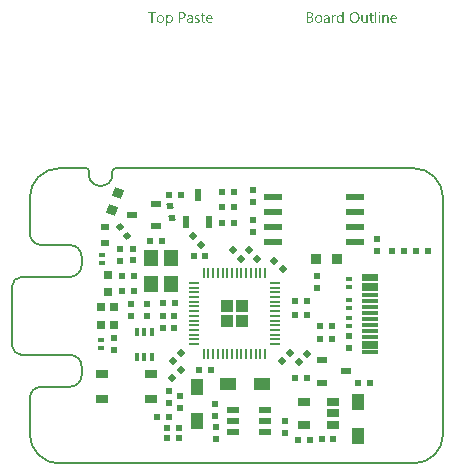
<source format=gtp>
G04*
G04 #@! TF.GenerationSoftware,Altium Limited,Altium Designer,22.10.1 (41)*
G04*
G04 Layer_Color=8421504*
%FSAX26Y26*%
%MOIN*%
G70*
G04*
G04 #@! TF.SameCoordinates,707F0866-B51C-4875-9159-03E13B4690FC*
G04*
G04*
G04 #@! TF.FilePolarity,Positive*
G04*
G01*
G75*
%ADD11C,0.007874*%
%ADD18C,0.005118*%
%ADD20R,0.035433X0.023622*%
%ADD21R,0.024606X0.012795*%
%ADD22R,0.021654X0.019685*%
%ADD23R,0.021654X0.019685*%
%ADD24R,0.019685X0.021654*%
%ADD25R,0.057087X0.011811*%
%ADD26R,0.015748X0.031496*%
%ADD27R,0.053150X0.043307*%
%ADD28R,0.019685X0.021654*%
%ADD29R,0.038000X0.036000*%
%ADD30R,0.022000X0.042000*%
%ADD31R,0.007874X0.034449*%
%ADD32R,0.034449X0.007874*%
%ADD33R,0.039370X0.027559*%
%ADD34R,0.039370X0.023622*%
%ADD35R,0.025591X0.031496*%
G04:AMPARAMS|DCode=36|XSize=21.654mil|YSize=19.685mil|CornerRadius=0mil|HoleSize=0mil|Usage=FLASHONLY|Rotation=225.000|XOffset=0mil|YOffset=0mil|HoleType=Round|Shape=Rectangle|*
%AMROTATEDRECTD36*
4,1,4,0.000696,0.014615,0.014615,0.000696,-0.000696,-0.014615,-0.014615,-0.000696,0.000696,0.014615,0.0*
%
%ADD36ROTATEDRECTD36*%

G04:AMPARAMS|DCode=37|XSize=19.685mil|YSize=21.654mil|CornerRadius=0mil|HoleSize=0mil|Usage=FLASHONLY|Rotation=135.000|XOffset=0mil|YOffset=0mil|HoleType=Round|Shape=Rectangle|*
%AMROTATEDRECTD37*
4,1,4,0.014615,0.000696,-0.000696,-0.014615,-0.014615,-0.000696,0.000696,0.014615,0.014615,0.000696,0.0*
%
%ADD37ROTATEDRECTD37*%

G04:AMPARAMS|DCode=38|XSize=21.654mil|YSize=19.685mil|CornerRadius=0mil|HoleSize=0mil|Usage=FLASHONLY|Rotation=10.000|XOffset=0mil|YOffset=0mil|HoleType=Round|Shape=Rectangle|*
%AMROTATEDRECTD38*
4,1,4,-0.008953,-0.011573,-0.012371,0.007813,0.008953,0.011573,0.012371,-0.007813,-0.008953,-0.011573,0.0*
%
%ADD38ROTATEDRECTD38*%

%ADD39R,0.043307X0.053150*%
G04:AMPARAMS|DCode=40|XSize=30mil|YSize=32mil|CornerRadius=0mil|HoleSize=0mil|Usage=FLASHONLY|Rotation=70.000|XOffset=0mil|YOffset=0mil|HoleType=Round|Shape=Rectangle|*
%AMROTATEDRECTD40*
4,1,4,0.009905,-0.019568,-0.020165,-0.008623,-0.009905,0.019568,0.020165,0.008623,0.009905,-0.019568,0.0*
%
%ADD40ROTATEDRECTD40*%

%ADD41R,0.027559X0.027559*%
G04:AMPARAMS|DCode=42|XSize=21.654mil|YSize=19.685mil|CornerRadius=0mil|HoleSize=0mil|Usage=FLASHONLY|Rotation=135.000|XOffset=0mil|YOffset=0mil|HoleType=Round|Shape=Rectangle|*
%AMROTATEDRECTD42*
4,1,4,0.014615,-0.000696,0.000696,-0.014615,-0.014615,0.000696,-0.000696,0.014615,0.014615,-0.000696,0.0*
%
%ADD42ROTATEDRECTD42*%

%ADD43R,0.062992X0.023622*%
%ADD44R,0.047244X0.055118*%
G04:AMPARAMS|DCode=45|XSize=19.685mil|YSize=21.654mil|CornerRadius=0mil|HoleSize=0mil|Usage=FLASHONLY|Rotation=130.000|XOffset=0mil|YOffset=0mil|HoleType=Round|Shape=Rectangle|*
%AMROTATEDRECTD45*
4,1,4,0.014620,-0.000580,-0.001967,-0.014499,-0.014620,0.000580,0.001967,0.014499,0.014620,-0.000580,0.0*
%
%ADD45ROTATEDRECTD45*%

G04:AMPARAMS|DCode=46|XSize=19.685mil|YSize=21.654mil|CornerRadius=0mil|HoleSize=0mil|Usage=FLASHONLY|Rotation=45.000|XOffset=0mil|YOffset=0mil|HoleType=Round|Shape=Rectangle|*
%AMROTATEDRECTD46*
4,1,4,0.000696,-0.014615,-0.014615,0.000696,-0.000696,0.014615,0.014615,-0.000696,0.000696,-0.014615,0.0*
%
%ADD46ROTATEDRECTD46*%

%ADD47R,0.041339X0.025591*%
%ADD48R,0.031496X0.023622*%
G36*
X00476936Y01013612D02*
X00477214Y01013550D01*
X00477493Y01013457D01*
X00477802Y01013303D01*
X00478111Y01013117D01*
X00478420Y01012870D01*
X00478450Y01012839D01*
X00478543Y01012747D01*
X00478667Y01012592D01*
X00478821Y01012376D01*
X00478945Y01012098D01*
X00479068Y01011789D01*
X00479161Y01011418D01*
X00479192Y01011016D01*
X00479192Y01010954D01*
X00479192Y01010831D01*
X00479161Y01010645D01*
X00479099Y01010367D01*
X00479007Y01010089D01*
X00478852Y01009780D01*
X00478667Y01009471D01*
X00478420Y01009162D01*
X00478389Y01009131D01*
X00478296Y01009039D01*
X00478111Y01008915D01*
X00477894Y01008791D01*
X00477616Y01008668D01*
X00477307Y01008544D01*
X00476967Y01008452D01*
X00476566Y01008421D01*
X00476380Y01008421D01*
X00476195Y01008452D01*
X00475917Y01008513D01*
X00475639Y01008606D01*
X00475330Y01008730D01*
X00475021Y01008884D01*
X00474712Y01009131D01*
X00474681Y01009162D01*
X00474588Y01009255D01*
X00474464Y01009440D01*
X00474341Y01009657D01*
X00474217Y01009904D01*
X00474094Y01010244D01*
X00474001Y01010615D01*
X00473970Y01011016D01*
X00473970Y01011078D01*
X00473970Y01011202D01*
X00474001Y01011418D01*
X00474063Y01011665D01*
X00474155Y01011974D01*
X00474279Y01012283D01*
X00474464Y01012592D01*
X00474712Y01012870D01*
X00474743Y01012901D01*
X00474835Y01012994D01*
X00475021Y01013117D01*
X00475237Y01013272D01*
X00475515Y01013395D01*
X00475824Y01013519D01*
X00476164Y01013612D01*
X00476566Y01013643D01*
X00476751Y01013643D01*
X00476936Y01013612D01*
X00476936Y01013612D02*
G37*
G36*
X00357261Y00976964D02*
X00353244Y00976964D01*
X00353244Y00981198D01*
X00353151Y00981198D01*
X00353120Y00981136D01*
X00353027Y00980981D01*
X00352842Y00980765D01*
X00352626Y00980456D01*
X00352317Y00980085D01*
X00351977Y00979684D01*
X00351544Y00979251D01*
X00351019Y00978788D01*
X00350463Y00978324D01*
X00349814Y00977891D01*
X00349103Y00977490D01*
X00348331Y00977119D01*
X00347496Y00976810D01*
X00346569Y00976594D01*
X00345580Y00976439D01*
X00344530Y00976377D01*
X00344314Y00976377D01*
X00344066Y00976408D01*
X00343757Y00976439D01*
X00343356Y00976470D01*
X00342892Y00976563D01*
X00342367Y00976655D01*
X00341811Y00976810D01*
X00341224Y00976964D01*
X00340606Y00977212D01*
X00339988Y00977459D01*
X00339339Y00977799D01*
X00338721Y00978169D01*
X00338103Y00978633D01*
X00337516Y00979158D01*
X00336959Y00979745D01*
X00336928Y00979776D01*
X00336836Y00979900D01*
X00336712Y00980085D01*
X00336527Y00980363D01*
X00336310Y00980703D01*
X00336063Y00981105D01*
X00335816Y00981599D01*
X00335569Y00982156D01*
X00335291Y00982774D01*
X00335044Y00983453D01*
X00334796Y00984226D01*
X00334580Y00985029D01*
X00334395Y00985894D01*
X00334271Y00986852D01*
X00334178Y00987841D01*
X00334147Y00988892D01*
X00334147Y00988923D01*
X00334147Y00988954D01*
X00334147Y00989046D01*
X00334147Y00989170D01*
X00334178Y00989479D01*
X00334209Y00989912D01*
X00334240Y00990468D01*
X00334302Y00991055D01*
X00334395Y00991735D01*
X00334549Y00992476D01*
X00334704Y00993249D01*
X00334920Y00994083D01*
X00335167Y00994886D01*
X00335476Y00995752D01*
X00335816Y00996555D01*
X00336249Y00997358D01*
X00336712Y00998131D01*
X00337268Y00998872D01*
X00337299Y00998903D01*
X00337423Y00999027D01*
X00337608Y00999212D01*
X00337856Y00999460D01*
X00338164Y00999738D01*
X00338535Y01000078D01*
X00338999Y01000418D01*
X00339493Y01000757D01*
X00340080Y01001097D01*
X00340698Y01001437D01*
X00341378Y01001777D01*
X00342120Y01002055D01*
X00342923Y01002302D01*
X00343788Y01002488D01*
X00344684Y01002611D01*
X00345642Y01002642D01*
X00345859Y01002642D01*
X00346137Y01002611D01*
X00346477Y01002581D01*
X00346909Y01002519D01*
X00347404Y01002426D01*
X00347929Y01002302D01*
X00348516Y01002148D01*
X00349134Y01001932D01*
X00349752Y01001654D01*
X00350370Y01001314D01*
X00350988Y01000912D01*
X00351575Y01000448D01*
X00352162Y00999923D01*
X00352688Y00999274D01*
X00353151Y00998563D01*
X00353244Y00998563D01*
X00353244Y01014106D01*
X00357261Y01014106D01*
X00357261Y00976964D01*
X00357261Y00976964D02*
G37*
G36*
X00499401Y01002611D02*
X00499679Y01002611D01*
X00500019Y01002550D01*
X00500420Y01002488D01*
X00500853Y01002426D01*
X00501317Y01002302D01*
X00501811Y01002179D01*
X00502336Y01001993D01*
X00502861Y01001777D01*
X00503387Y01001499D01*
X00503881Y01001190D01*
X00504376Y01000850D01*
X00504839Y01000418D01*
X00505272Y00999954D01*
X00505303Y00999923D01*
X00505364Y00999830D01*
X00505488Y00999676D01*
X00505612Y00999460D01*
X00505766Y00999182D01*
X00505952Y00998842D01*
X00506168Y00998440D01*
X00506384Y00998007D01*
X00506570Y00997482D01*
X00506786Y00996926D01*
X00506971Y00996277D01*
X00507126Y00995597D01*
X00507249Y00994856D01*
X00507373Y00994052D01*
X00507435Y00993218D01*
X00507466Y00992291D01*
X00507466Y00976964D01*
X00503449Y00976964D01*
X00503449Y00991271D01*
X00503449Y00991302D01*
X00503449Y00991364D01*
X00503449Y00991457D01*
X00503449Y00991611D01*
X00503418Y00991796D01*
X00503418Y00992013D01*
X00503356Y00992507D01*
X00503263Y00993125D01*
X00503140Y00993805D01*
X00502954Y00994516D01*
X00502707Y00995257D01*
X00502398Y00995999D01*
X00502027Y00996710D01*
X00501564Y00997389D01*
X00500977Y00998007D01*
X00500328Y00998502D01*
X00499957Y00998718D01*
X00499524Y00998903D01*
X00499092Y00999058D01*
X00498628Y00999151D01*
X00498134Y00999212D01*
X00497608Y00999243D01*
X00497330Y00999243D01*
X00497114Y00999212D01*
X00496867Y00999182D01*
X00496558Y00999120D01*
X00496218Y00999058D01*
X00495878Y00998965D01*
X00495476Y00998842D01*
X00495075Y00998687D01*
X00494673Y00998502D01*
X00494240Y00998285D01*
X00493839Y00998007D01*
X00493406Y00997698D01*
X00493004Y00997358D01*
X00492634Y00996957D01*
X00492603Y00996926D01*
X00492541Y00996864D01*
X00492448Y00996740D01*
X00492325Y00996555D01*
X00492170Y00996339D01*
X00492016Y00996061D01*
X00491830Y00995752D01*
X00491645Y00995412D01*
X00491459Y00995010D01*
X00491274Y00994577D01*
X00491120Y00994114D01*
X00490965Y00993620D01*
X00490841Y00993063D01*
X00490749Y00992507D01*
X00490687Y00991889D01*
X00490656Y00991271D01*
X00490656Y00976964D01*
X00486639Y00976964D01*
X00486639Y01002055D01*
X00490656Y01002055D01*
X00490656Y00997884D01*
X00490749Y00997884D01*
X00490780Y00997946D01*
X00490872Y00998100D01*
X00491058Y00998316D01*
X00491274Y00998625D01*
X00491583Y00998996D01*
X00491923Y00999398D01*
X00492356Y00999830D01*
X00492850Y01000263D01*
X00493406Y01000696D01*
X00494024Y01001128D01*
X00494704Y01001530D01*
X00495415Y01001901D01*
X00496218Y01002210D01*
X00497083Y01002426D01*
X00498010Y01002581D01*
X00498999Y01002642D01*
X00499184Y01002642D01*
X00499401Y01002611D01*
X00499401Y01002611D02*
G37*
G36*
X-00221279Y01002723D02*
X-00220939Y01002692D01*
X-00220537Y01002661D01*
X-00220074Y01002569D01*
X-00219548Y01002476D01*
X-00218961Y01002321D01*
X-00218374Y01002136D01*
X-00217756Y01001920D01*
X-00217138Y01001642D01*
X-00216489Y01001333D01*
X-00215871Y01000931D01*
X-00215284Y01000467D01*
X-00214697Y00999942D01*
X-00214172Y00999355D01*
X-00214141Y00999324D01*
X-00214048Y00999201D01*
X-00213925Y00999015D01*
X-00213739Y00998737D01*
X-00213554Y00998397D01*
X-00213307Y00997995D01*
X-00213059Y00997501D01*
X-00212812Y00996976D01*
X-00212565Y00996358D01*
X-00212318Y00995678D01*
X-00212071Y00994936D01*
X-00211885Y00994133D01*
X-00211700Y00993268D01*
X-00211576Y00992341D01*
X-00211483Y00991352D01*
X-00211453Y00990332D01*
X-00211453Y00990301D01*
X-00211453Y00990270D01*
X-00211453Y00990178D01*
X-00211453Y00990054D01*
X-00211483Y00989714D01*
X-00211514Y00989282D01*
X-00211545Y00988756D01*
X-00211607Y00988138D01*
X-00211700Y00987458D01*
X-00211823Y00986717D01*
X-00212009Y00985944D01*
X-00212194Y00985110D01*
X-00212441Y00984276D01*
X-00212750Y00983442D01*
X-00213090Y00982607D01*
X-00213492Y00981773D01*
X-00213986Y00981000D01*
X-00214512Y00980259D01*
X-00214543Y00980228D01*
X-00214666Y00980104D01*
X-00214821Y00979919D01*
X-00215068Y00979672D01*
X-00215377Y00979394D01*
X-00215748Y00979054D01*
X-00216211Y00978714D01*
X-00216706Y00978374D01*
X-00217262Y00978034D01*
X-00217911Y00977694D01*
X-00218590Y00977354D01*
X-00219332Y00977076D01*
X-00220136Y00976829D01*
X-00221001Y00976644D01*
X-00221928Y00976520D01*
X-00222886Y00976489D01*
X-00223102Y00976489D01*
X-00223349Y00976520D01*
X-00223689Y00976551D01*
X-00224091Y00976613D01*
X-00224554Y00976705D01*
X-00225079Y00976829D01*
X-00225667Y00977014D01*
X-00226254Y00977231D01*
X-00226872Y00977509D01*
X-00227490Y00977849D01*
X-00228139Y00978250D01*
X-00228757Y00978745D01*
X-00229344Y00979301D01*
X-00229900Y00979950D01*
X-00230425Y00980691D01*
X-00230518Y00980691D01*
X-00230518Y00965550D01*
X-00234535Y00965550D01*
X-00234535Y01002167D01*
X-00230518Y01002167D01*
X-00230518Y00997748D01*
X-00230425Y00997748D01*
X-00230394Y00997810D01*
X-00230271Y00997965D01*
X-00230116Y00998212D01*
X-00229869Y00998521D01*
X-00229560Y00998922D01*
X-00229189Y00999324D01*
X-00228726Y00999788D01*
X-00228231Y01000251D01*
X-00227644Y01000715D01*
X-00226995Y01001178D01*
X-00226285Y01001580D01*
X-00225512Y01001981D01*
X-00224678Y01002290D01*
X-00223751Y01002538D01*
X-00222793Y01002692D01*
X-00221742Y01002754D01*
X-00221526Y01002754D01*
X-00221279Y01002723D01*
X-00221279Y01002723D02*
G37*
G36*
X-00128950Y01002723D02*
X-00128672Y01002723D01*
X-00128332Y01002692D01*
X-00127961Y01002661D01*
X-00127559Y01002600D01*
X-00126632Y01002476D01*
X-00125674Y01002260D01*
X-00124654Y01001981D01*
X-00123666Y01001611D01*
X-00123666Y00997532D01*
X-00123697Y00997563D01*
X-00123789Y00997625D01*
X-00123944Y00997686D01*
X-00124160Y00997810D01*
X-00124407Y00997965D01*
X-00124716Y00998119D01*
X-00125087Y00998274D01*
X-00125489Y00998459D01*
X-00125952Y00998613D01*
X-00126416Y00998768D01*
X-00126941Y00998922D01*
X-00127497Y00999077D01*
X-00128115Y00999201D01*
X-00128733Y00999262D01*
X-00129351Y00999324D01*
X-00130031Y00999355D01*
X-00130433Y00999355D01*
X-00130711Y00999324D01*
X-00131020Y00999293D01*
X-00131360Y00999231D01*
X-00132071Y00999077D01*
X-00132101Y00999077D01*
X-00132225Y00999046D01*
X-00132380Y00998984D01*
X-00132596Y00998891D01*
X-00133090Y00998675D01*
X-00133615Y00998366D01*
X-00133646Y00998335D01*
X-00133708Y00998274D01*
X-00133832Y00998181D01*
X-00133986Y00998057D01*
X-00134326Y00997717D01*
X-00134635Y00997254D01*
X-00134635Y00997223D01*
X-00134697Y00997130D01*
X-00134728Y00997007D01*
X-00134790Y00996821D01*
X-00134851Y00996636D01*
X-00134913Y00996389D01*
X-00134944Y00996111D01*
X-00134975Y00995832D01*
X-00134975Y00995802D01*
X-00134975Y00995678D01*
X-00134944Y00995492D01*
X-00134944Y00995245D01*
X-00134882Y00994998D01*
X-00134821Y00994720D01*
X-00134759Y00994442D01*
X-00134635Y00994164D01*
X-00134604Y00994133D01*
X-00134573Y00994040D01*
X-00134481Y00993917D01*
X-00134357Y00993762D01*
X-00134203Y00993608D01*
X-00134048Y00993391D01*
X-00133585Y00992990D01*
X-00133554Y00992959D01*
X-00133461Y00992897D01*
X-00133306Y00992804D01*
X-00133121Y00992681D01*
X-00132874Y00992557D01*
X-00132596Y00992403D01*
X-00132256Y00992217D01*
X-00131916Y00992063D01*
X-00131885Y00992032D01*
X-00131731Y00992001D01*
X-00131545Y00991908D01*
X-00131267Y00991815D01*
X-00130927Y00991661D01*
X-00130556Y00991506D01*
X-00130155Y00991352D01*
X-00129691Y00991167D01*
X-00129660Y00991167D01*
X-00129629Y00991136D01*
X-00129537Y00991105D01*
X-00129413Y00991074D01*
X-00129104Y00990950D01*
X-00128702Y00990765D01*
X-00128239Y00990579D01*
X-00127714Y00990363D01*
X-00127188Y00990116D01*
X-00126694Y00989869D01*
X-00126663Y00989869D01*
X-00126632Y00989838D01*
X-00126478Y00989745D01*
X-00126230Y00989621D01*
X-00125921Y00989436D01*
X-00125551Y00989189D01*
X-00125180Y00988942D01*
X-00124809Y00988633D01*
X-00124438Y00988324D01*
X-00124407Y00988293D01*
X-00124284Y00988169D01*
X-00124129Y00988015D01*
X-00123913Y00987768D01*
X-00123697Y00987489D01*
X-00123449Y00987149D01*
X-00123233Y00986779D01*
X-00123017Y00986377D01*
X-00122986Y00986315D01*
X-00122924Y00986192D01*
X-00122862Y00985944D01*
X-00122770Y00985635D01*
X-00122677Y00985265D01*
X-00122584Y00984832D01*
X-00122553Y00984338D01*
X-00122522Y00983781D01*
X-00122522Y00983750D01*
X-00122522Y00983689D01*
X-00122522Y00983596D01*
X-00122522Y00983472D01*
X-00122553Y00983133D01*
X-00122615Y00982669D01*
X-00122739Y00982175D01*
X-00122862Y00981618D01*
X-00123079Y00981062D01*
X-00123357Y00980537D01*
X-00123388Y00980475D01*
X-00123511Y00980321D01*
X-00123697Y00980073D01*
X-00123944Y00979734D01*
X-00124253Y00979394D01*
X-00124624Y00978992D01*
X-00125056Y00978621D01*
X-00125551Y00978250D01*
X-00125612Y00978219D01*
X-00125798Y00978096D01*
X-00126076Y00977941D01*
X-00126447Y00977756D01*
X-00126910Y00977540D01*
X-00127466Y00977323D01*
X-00128054Y00977107D01*
X-00128702Y00976922D01*
X-00128733Y00976922D01*
X-00128795Y00976891D01*
X-00128888Y00976891D01*
X-00129011Y00976860D01*
X-00129166Y00976829D01*
X-00129351Y00976798D01*
X-00129815Y00976705D01*
X-00130402Y00976613D01*
X-00131020Y00976551D01*
X-00131700Y00976520D01*
X-00132441Y00976489D01*
X-00132812Y00976489D01*
X-00133090Y00976520D01*
X-00133430Y00976520D01*
X-00133801Y00976582D01*
X-00134264Y00976613D01*
X-00134728Y00976674D01*
X-00135253Y00976767D01*
X-00135779Y00976860D01*
X-00136891Y00977107D01*
X-00138034Y00977478D01*
X-00138590Y00977725D01*
X-00139147Y00977972D01*
X-00139147Y00982267D01*
X-00139116Y00982236D01*
X-00138992Y00982175D01*
X-00138807Y00982051D01*
X-00138560Y00981896D01*
X-00138250Y00981711D01*
X-00137911Y00981495D01*
X-00137478Y00981279D01*
X-00137014Y00981062D01*
X-00136489Y00980846D01*
X-00135933Y00980630D01*
X-00135346Y00980413D01*
X-00134728Y00980228D01*
X-00134048Y00980073D01*
X-00133368Y00979950D01*
X-00132658Y00979888D01*
X-00131916Y00979857D01*
X-00131700Y00979857D01*
X-00131422Y00979888D01*
X-00131082Y00979919D01*
X-00130680Y00979981D01*
X-00130247Y00980043D01*
X-00129753Y00980166D01*
X-00129259Y00980290D01*
X-00128795Y00980475D01*
X-00128301Y00980722D01*
X-00127868Y00981000D01*
X-00127466Y00981340D01*
X-00127126Y00981742D01*
X-00126848Y00982206D01*
X-00126694Y00982762D01*
X-00126632Y00983071D01*
X-00126632Y00983380D01*
X-00126632Y00983411D01*
X-00126632Y00983565D01*
X-00126663Y00983750D01*
X-00126694Y00983967D01*
X-00126756Y00984245D01*
X-00126817Y00984523D01*
X-00126941Y00984801D01*
X-00127096Y00985079D01*
X-00127126Y00985110D01*
X-00127188Y00985203D01*
X-00127281Y00985326D01*
X-00127405Y00985512D01*
X-00127590Y00985697D01*
X-00127775Y00985913D01*
X-00128023Y00986099D01*
X-00128301Y00986315D01*
X-00128332Y00986346D01*
X-00128424Y00986408D01*
X-00128610Y00986501D01*
X-00128826Y00986655D01*
X-00129073Y00986810D01*
X-00129382Y00986964D01*
X-00129753Y00987119D01*
X-00130124Y00987273D01*
X-00130186Y00987304D01*
X-00130309Y00987335D01*
X-00130525Y00987428D01*
X-00130804Y00987551D01*
X-00131113Y00987706D01*
X-00131514Y00987860D01*
X-00131916Y00988015D01*
X-00132349Y00988200D01*
X-00132380Y00988200D01*
X-00132410Y00988231D01*
X-00132503Y00988262D01*
X-00132627Y00988324D01*
X-00132936Y00988447D01*
X-00133337Y00988602D01*
X-00133801Y00988818D01*
X-00134295Y00989034D01*
X-00134790Y00989282D01*
X-00135284Y00989529D01*
X-00135346Y00989560D01*
X-00135500Y00989652D01*
X-00135717Y00989776D01*
X-00136026Y00989961D01*
X-00136366Y00990209D01*
X-00136706Y00990456D01*
X-00137076Y00990734D01*
X-00137416Y00991043D01*
X-00137447Y00991074D01*
X-00137540Y00991197D01*
X-00137694Y00991352D01*
X-00137880Y00991599D01*
X-00138096Y00991877D01*
X-00138312Y00992217D01*
X-00138498Y00992557D01*
X-00138683Y00992959D01*
X-00138714Y00993020D01*
X-00138745Y00993144D01*
X-00138807Y00993391D01*
X-00138869Y00993669D01*
X-00138961Y00994040D01*
X-00139023Y00994473D01*
X-00139054Y00994967D01*
X-00139085Y00995492D01*
X-00139085Y00995523D01*
X-00139085Y00995585D01*
X-00139085Y00995678D01*
X-00139085Y00995802D01*
X-00139054Y00996111D01*
X-00138992Y00996543D01*
X-00138899Y00997038D01*
X-00138745Y00997563D01*
X-00138560Y00998088D01*
X-00138281Y00998613D01*
X-00138281Y00998644D01*
X-00138250Y00998675D01*
X-00138127Y00998830D01*
X-00137941Y00999077D01*
X-00137725Y00999417D01*
X-00137416Y00999757D01*
X-00137045Y01000128D01*
X-00136613Y01000529D01*
X-00136149Y01000869D01*
X-00136118Y01000869D01*
X-00136088Y01000900D01*
X-00135902Y01001024D01*
X-00135624Y01001178D01*
X-00135253Y01001394D01*
X-00134790Y01001611D01*
X-00134264Y01001858D01*
X-00133677Y01002074D01*
X-00133059Y01002260D01*
X-00133028Y01002260D01*
X-00132967Y01002290D01*
X-00132874Y01002321D01*
X-00132750Y01002352D01*
X-00132596Y01002383D01*
X-00132410Y01002414D01*
X-00131978Y01002507D01*
X-00131422Y01002600D01*
X-00130834Y01002692D01*
X-00130186Y01002723D01*
X-00129506Y01002754D01*
X-00129197Y01002754D01*
X-00128950Y01002723D01*
X-00128950Y01002723D02*
G37*
G36*
X00329636Y01002457D02*
X00329976Y01002457D01*
X00330347Y01002395D01*
X00330748Y01002333D01*
X00331150Y01002271D01*
X00331490Y01002148D01*
X00331490Y00997976D01*
X00331428Y00998007D01*
X00331305Y00998100D01*
X00331058Y00998224D01*
X00330718Y00998378D01*
X00330254Y00998533D01*
X00329760Y00998656D01*
X00329142Y00998749D01*
X00328431Y00998780D01*
X00328184Y00998780D01*
X00327998Y00998749D01*
X00327782Y00998718D01*
X00327535Y00998656D01*
X00326948Y00998471D01*
X00326608Y00998347D01*
X00326268Y00998193D01*
X00325897Y00997976D01*
X00325526Y00997760D01*
X00325187Y00997482D01*
X00324816Y00997142D01*
X00324476Y00996771D01*
X00324136Y00996339D01*
X00324105Y00996308D01*
X00324074Y00996215D01*
X00323981Y00996091D01*
X00323858Y00995906D01*
X00323734Y00995659D01*
X00323580Y00995350D01*
X00323425Y00995010D01*
X00323271Y00994608D01*
X00323116Y00994176D01*
X00322962Y00993681D01*
X00322807Y00993125D01*
X00322684Y00992538D01*
X00322560Y00991889D01*
X00322467Y00991209D01*
X00322436Y00990499D01*
X00322406Y00989726D01*
X00322406Y00976964D01*
X00318389Y00976964D01*
X00318389Y01002055D01*
X00322406Y01002055D01*
X00322406Y00996864D01*
X00322498Y00996864D01*
X00322498Y00996895D01*
X00322529Y00996988D01*
X00322591Y00997111D01*
X00322653Y00997297D01*
X00322745Y00997513D01*
X00322869Y00997791D01*
X00323147Y00998378D01*
X00323518Y00999058D01*
X00323981Y00999738D01*
X00324507Y01000387D01*
X00325125Y01001005D01*
X00325156Y01001035D01*
X00325217Y01001066D01*
X00325310Y01001128D01*
X00325434Y01001252D01*
X00325588Y01001345D01*
X00325805Y01001468D01*
X00326268Y01001746D01*
X00326855Y01002024D01*
X00327535Y01002271D01*
X00328276Y01002426D01*
X00328678Y01002457D01*
X00329080Y01002488D01*
X00329327Y01002488D01*
X00329636Y01002457D01*
X00329636Y01002457D02*
G37*
G36*
X00437261Y00976964D02*
X00433244Y00976964D01*
X00433244Y00980920D01*
X00433151Y00980920D01*
X00433120Y00980858D01*
X00433027Y00980734D01*
X00432873Y00980487D01*
X00432688Y00980209D01*
X00432409Y00979869D01*
X00432070Y00979498D01*
X00431699Y00979066D01*
X00431235Y00978664D01*
X00430741Y00978231D01*
X00430154Y00977830D01*
X00429536Y00977428D01*
X00428825Y00977088D01*
X00428053Y00976810D01*
X00427249Y00976563D01*
X00426353Y00976439D01*
X00425395Y00976377D01*
X00425179Y00976377D01*
X00425024Y00976408D01*
X00424808Y00976408D01*
X00424561Y00976439D01*
X00424283Y00976501D01*
X00424005Y00976532D01*
X00423325Y00976717D01*
X00422552Y00976933D01*
X00421749Y00977273D01*
X00421347Y00977490D01*
X00420915Y00977706D01*
X00420482Y00977984D01*
X00420080Y00978262D01*
X00419679Y00978602D01*
X00419277Y00978973D01*
X00418875Y00979405D01*
X00418505Y00979838D01*
X00418165Y00980332D01*
X00417825Y00980889D01*
X00417547Y00981476D01*
X00417269Y00982094D01*
X00417021Y00982774D01*
X00416805Y00983515D01*
X00416651Y00984319D01*
X00416527Y00985153D01*
X00416465Y00986080D01*
X00416434Y00987038D01*
X00416434Y01002055D01*
X00420420Y01002055D01*
X00420420Y00987687D01*
X00420420Y00987656D01*
X00420420Y00987594D01*
X00420420Y00987501D01*
X00420420Y00987347D01*
X00420451Y00987161D01*
X00420451Y00986945D01*
X00420513Y00986451D01*
X00420606Y00985833D01*
X00420729Y00985184D01*
X00420946Y00984442D01*
X00421193Y00983731D01*
X00421502Y00982990D01*
X00421904Y00982248D01*
X00422398Y00981599D01*
X00422985Y00980981D01*
X00423696Y00980487D01*
X00424067Y00980271D01*
X00424499Y00980085D01*
X00424963Y00979931D01*
X00425426Y00979838D01*
X00425951Y00979776D01*
X00426508Y00979745D01*
X00426786Y00979745D01*
X00427002Y00979776D01*
X00427249Y00979807D01*
X00427527Y00979869D01*
X00427867Y00979931D01*
X00428207Y00980024D01*
X00428578Y00980116D01*
X00428980Y00980271D01*
X00429381Y00980456D01*
X00429783Y00980672D01*
X00430185Y00980920D01*
X00430586Y00981198D01*
X00430957Y00981538D01*
X00431328Y00981908D01*
X00431359Y00981939D01*
X00431421Y00982001D01*
X00431513Y00982125D01*
X00431637Y00982310D01*
X00431761Y00982526D01*
X00431946Y00982774D01*
X00432101Y00983083D01*
X00432286Y00983423D01*
X00432471Y00983824D01*
X00432626Y00984257D01*
X00432811Y00984720D01*
X00432935Y00985215D01*
X00433058Y00985771D01*
X00433151Y00986327D01*
X00433213Y00986945D01*
X00433244Y00987594D01*
X00433244Y01002055D01*
X00437261Y01002055D01*
X00437261Y00976964D01*
X00437261Y00976964D02*
G37*
G36*
X-00153670Y01002723D02*
X-00153453Y01002723D01*
X-00153237Y01002692D01*
X-00152959Y01002661D01*
X-00152650Y01002600D01*
X-00152001Y01002476D01*
X-00151228Y01002260D01*
X-00150456Y01001981D01*
X-00149622Y01001580D01*
X-00148787Y01001085D01*
X-00148386Y01000807D01*
X-00147984Y01000467D01*
X-00147613Y01000097D01*
X-00147242Y00999726D01*
X-00146903Y00999293D01*
X-00146594Y00998799D01*
X-00146285Y00998304D01*
X-00146006Y00997748D01*
X-00145790Y00997130D01*
X-00145574Y00996481D01*
X-00145419Y00995802D01*
X-00145296Y00995029D01*
X-00145234Y00994256D01*
X-00145203Y00993391D01*
X-00145203Y00977076D01*
X-00149220Y00977076D01*
X-00149220Y00980970D01*
X-00149313Y00980970D01*
X-00149344Y00980908D01*
X-00149436Y00980784D01*
X-00149591Y00980568D01*
X-00149807Y00980259D01*
X-00150085Y00979919D01*
X-00150425Y00979548D01*
X-00150796Y00979146D01*
X-00151259Y00978745D01*
X-00151785Y00978312D01*
X-00152341Y00977910D01*
X-00152990Y00977540D01*
X-00153670Y00977200D01*
X-00154442Y00976891D01*
X-00155245Y00976674D01*
X-00156111Y00976551D01*
X-00157038Y00976489D01*
X-00157409Y00976489D01*
X-00157656Y00976520D01*
X-00157965Y00976551D01*
X-00158335Y00976582D01*
X-00158737Y00976644D01*
X-00159170Y00976736D01*
X-00160128Y00976983D01*
X-00160591Y00977138D01*
X-00161086Y00977323D01*
X-00161580Y00977540D01*
X-00162043Y00977818D01*
X-00162476Y00978127D01*
X-00162909Y00978467D01*
X-00162940Y00978497D01*
X-00163001Y00978559D01*
X-00163094Y00978683D01*
X-00163249Y00978837D01*
X-00163403Y00979023D01*
X-00163558Y00979270D01*
X-00163774Y00979548D01*
X-00163959Y00979857D01*
X-00164145Y00980228D01*
X-00164330Y00980630D01*
X-00164516Y00981062D01*
X-00164670Y00981526D01*
X-00164825Y00982020D01*
X-00164917Y00982545D01*
X-00164979Y00983133D01*
X-00165010Y00983720D01*
X-00165010Y00983750D01*
X-00165010Y00983812D01*
X-00165010Y00983905D01*
X-00164979Y00984029D01*
X-00164979Y00984183D01*
X-00164948Y00984369D01*
X-00164886Y00984832D01*
X-00164763Y00985388D01*
X-00164577Y00986006D01*
X-00164330Y00986686D01*
X-00163959Y00987397D01*
X-00163527Y00988107D01*
X-00163001Y00988818D01*
X-00162661Y00989158D01*
X-00162322Y00989498D01*
X-00161920Y00989838D01*
X-00161518Y00990147D01*
X-00161055Y00990456D01*
X-00160560Y00990734D01*
X-00160035Y00990981D01*
X-00159448Y00991228D01*
X-00158830Y00991445D01*
X-00158181Y00991630D01*
X-00157470Y00991784D01*
X-00156729Y00991908D01*
X-00149220Y00992959D01*
X-00149220Y00992990D01*
X-00149220Y00993020D01*
X-00149220Y00993113D01*
X-00149220Y00993237D01*
X-00149251Y00993546D01*
X-00149313Y00993947D01*
X-00149375Y00994442D01*
X-00149498Y00994998D01*
X-00149653Y00995554D01*
X-00149869Y00996172D01*
X-00150147Y00996759D01*
X-00150487Y00997346D01*
X-00150889Y00997872D01*
X-00151383Y00998366D01*
X-00152001Y00998768D01*
X-00152681Y00999077D01*
X-00153052Y00999201D01*
X-00153484Y00999293D01*
X-00153917Y00999324D01*
X-00154380Y00999355D01*
X-00154597Y00999355D01*
X-00154813Y00999324D01*
X-00155153Y00999293D01*
X-00155554Y00999262D01*
X-00156018Y00999201D01*
X-00156543Y00999108D01*
X-00157100Y00998984D01*
X-00157718Y00998799D01*
X-00158366Y00998613D01*
X-00159046Y00998366D01*
X-00159757Y00998057D01*
X-00160468Y00997686D01*
X-00161178Y00997285D01*
X-00161889Y00996821D01*
X-00162569Y00996265D01*
X-00162569Y01000375D01*
X-00162538Y01000406D01*
X-00162414Y01000467D01*
X-00162198Y01000591D01*
X-00161920Y01000745D01*
X-00161549Y01000931D01*
X-00161147Y01001116D01*
X-00160653Y01001333D01*
X-00160097Y01001580D01*
X-00159510Y01001796D01*
X-00158861Y01002012D01*
X-00158150Y01002198D01*
X-00157409Y01002383D01*
X-00156605Y01002538D01*
X-00155802Y01002661D01*
X-00154936Y01002723D01*
X-00154040Y01002754D01*
X-00153824Y01002754D01*
X-00153670Y01002723D01*
X-00153670Y01002723D02*
G37*
G36*
X-00180553Y01012178D02*
X-00180151Y01012178D01*
X-00179687Y01012117D01*
X-00179131Y01012055D01*
X-00178544Y01011993D01*
X-00177864Y01011870D01*
X-00177185Y01011715D01*
X-00176474Y01011530D01*
X-00175763Y01011313D01*
X-00175022Y01011035D01*
X-00174311Y01010726D01*
X-00173631Y01010355D01*
X-00172982Y01009954D01*
X-00172364Y01009459D01*
X-00172333Y01009428D01*
X-00172240Y01009336D01*
X-00172086Y01009181D01*
X-00171870Y01008965D01*
X-00171653Y01008656D01*
X-00171375Y01008316D01*
X-00171097Y01007914D01*
X-00170788Y01007451D01*
X-00170510Y01006926D01*
X-00170232Y01006369D01*
X-00169954Y01005720D01*
X-00169738Y01005041D01*
X-00169521Y01004268D01*
X-00169367Y01003465D01*
X-00169274Y01002630D01*
X-00169243Y01001703D01*
X-00169243Y01001642D01*
X-00169243Y01001487D01*
X-00169274Y01001209D01*
X-00169305Y01000869D01*
X-00169336Y01000437D01*
X-00169429Y00999942D01*
X-00169521Y00999417D01*
X-00169676Y00998799D01*
X-00169861Y00998181D01*
X-00170077Y00997501D01*
X-00170356Y00996821D01*
X-00170696Y00996141D01*
X-00171097Y00995462D01*
X-00171561Y00994782D01*
X-00172086Y00994133D01*
X-00172704Y00993515D01*
X-00172735Y00993484D01*
X-00172858Y00993391D01*
X-00173044Y00993237D01*
X-00173322Y00993020D01*
X-00173662Y00992773D01*
X-00174095Y00992495D01*
X-00174589Y00992217D01*
X-00175145Y00991939D01*
X-00175763Y00991630D01*
X-00176474Y00991352D01*
X-00177246Y00991074D01*
X-00178050Y00990827D01*
X-00178946Y00990641D01*
X-00179904Y00990456D01*
X-00180893Y00990363D01*
X-00181974Y00990332D01*
X-00186609Y00990332D01*
X-00186609Y00977076D01*
X-00190719Y00977076D01*
X-00190719Y01012209D01*
X-00180831Y01012209D01*
X-00180553Y01012178D01*
X-00180553Y01012178D02*
G37*
G36*
X-00268927Y01008471D02*
X-00279062Y01008471D01*
X-00279062Y00977076D01*
X-00283171Y00977076D01*
X-00283171Y01008471D01*
X-00293307Y01008471D01*
X-00293307Y01012209D01*
X-00268927Y01012209D01*
X-00268927Y01008471D01*
X-00268927Y01008471D02*
G37*
G36*
X00478512Y00976964D02*
X00474495Y00976964D01*
X00474495Y01002055D01*
X00478512Y01002055D01*
X00478512Y00976964D01*
X00478512Y00976964D02*
G37*
G36*
X00466369Y00976964D02*
X00462352Y00976964D01*
X00462352Y01014106D01*
X00466369Y01014106D01*
X00466369Y00976964D01*
X00466369Y00976964D02*
G37*
G36*
X00302351Y01002611D02*
X00302568Y01002611D01*
X00302784Y01002581D01*
X00303062Y01002550D01*
X00303371Y01002488D01*
X00304020Y01002364D01*
X00304793Y01002148D01*
X00305565Y01001870D01*
X00306399Y01001468D01*
X00307234Y01000974D01*
X00307635Y01000696D01*
X00308037Y01000356D01*
X00308408Y00999985D01*
X00308779Y00999614D01*
X00309118Y00999182D01*
X00309428Y00998687D01*
X00309736Y00998193D01*
X00310015Y00997636D01*
X00310231Y00997019D01*
X00310447Y00996370D01*
X00310602Y00995690D01*
X00310725Y00994917D01*
X00310787Y00994145D01*
X00310818Y00993280D01*
X00310818Y00976964D01*
X00306801Y00976964D01*
X00306801Y00980858D01*
X00306708Y00980858D01*
X00306677Y00980796D01*
X00306585Y00980672D01*
X00306430Y00980456D01*
X00306214Y00980147D01*
X00305936Y00979807D01*
X00305596Y00979436D01*
X00305225Y00979035D01*
X00304762Y00978633D01*
X00304236Y00978200D01*
X00303680Y00977799D01*
X00303031Y00977428D01*
X00302351Y00977088D01*
X00301579Y00976779D01*
X00300776Y00976563D01*
X00299910Y00976439D01*
X00298983Y00976377D01*
X00298613Y00976377D01*
X00298365Y00976408D01*
X00298056Y00976439D01*
X00297685Y00976470D01*
X00297284Y00976532D01*
X00296851Y00976625D01*
X00295893Y00976872D01*
X00295430Y00977026D01*
X00294935Y00977212D01*
X00294441Y00977428D01*
X00293978Y00977706D01*
X00293545Y00978015D01*
X00293112Y00978355D01*
X00293081Y00978386D01*
X00293020Y00978448D01*
X00292927Y00978571D01*
X00292772Y00978726D01*
X00292618Y00978911D01*
X00292463Y00979158D01*
X00292247Y00979436D01*
X00292062Y00979745D01*
X00291876Y00980116D01*
X00291691Y00980518D01*
X00291505Y00980951D01*
X00291351Y00981414D01*
X00291197Y00981908D01*
X00291104Y00982434D01*
X00291042Y00983021D01*
X00291011Y00983608D01*
X00291011Y00983639D01*
X00291011Y00983701D01*
X00291011Y00983793D01*
X00291042Y00983917D01*
X00291042Y00984071D01*
X00291073Y00984257D01*
X00291135Y00984720D01*
X00291258Y00985277D01*
X00291444Y00985894D01*
X00291691Y00986574D01*
X00292062Y00987285D01*
X00292494Y00987996D01*
X00293020Y00988706D01*
X00293360Y00989046D01*
X00293699Y00989386D01*
X00294101Y00989726D01*
X00294503Y00990035D01*
X00294966Y00990344D01*
X00295461Y00990622D01*
X00295986Y00990869D01*
X00296573Y00991117D01*
X00297191Y00991333D01*
X00297840Y00991518D01*
X00298551Y00991673D01*
X00299292Y00991796D01*
X00306801Y00992847D01*
X00306801Y00992878D01*
X00306801Y00992909D01*
X00306801Y00993001D01*
X00306801Y00993125D01*
X00306770Y00993434D01*
X00306708Y00993836D01*
X00306647Y00994330D01*
X00306523Y00994886D01*
X00306368Y00995443D01*
X00306152Y00996061D01*
X00305874Y00996648D01*
X00305534Y00997235D01*
X00305132Y00997760D01*
X00304638Y00998255D01*
X00304020Y00998656D01*
X00303340Y00998965D01*
X00302969Y00999089D01*
X00302537Y00999182D01*
X00302104Y00999212D01*
X00301641Y00999243D01*
X00301424Y00999243D01*
X00301208Y00999212D01*
X00300868Y00999182D01*
X00300466Y00999151D01*
X00300003Y00999089D01*
X00299478Y00998996D01*
X00298921Y00998872D01*
X00298303Y00998687D01*
X00297655Y00998502D01*
X00296975Y00998255D01*
X00296264Y00997946D01*
X00295553Y00997575D01*
X00294843Y00997173D01*
X00294132Y00996710D01*
X00293452Y00996153D01*
X00293452Y01000263D01*
X00293483Y01000294D01*
X00293607Y01000356D01*
X00293823Y01000479D01*
X00294101Y01000634D01*
X00294472Y01000819D01*
X00294874Y01001005D01*
X00295368Y01001221D01*
X00295924Y01001468D01*
X00296511Y01001684D01*
X00297160Y01001901D01*
X00297871Y01002086D01*
X00298613Y01002271D01*
X00299416Y01002426D01*
X00300219Y01002550D01*
X00301084Y01002611D01*
X00301981Y01002642D01*
X00302197Y01002642D01*
X00302351Y01002611D01*
X00302351Y01002611D02*
G37*
G36*
X00245990Y01012067D02*
X00246361Y01012036D01*
X00246793Y01011974D01*
X00247288Y01011912D01*
X00247844Y01011820D01*
X00248400Y01011696D01*
X00248987Y01011542D01*
X00249605Y01011356D01*
X00250192Y01011140D01*
X00250810Y01010893D01*
X00251366Y01010584D01*
X00251923Y01010244D01*
X00252448Y01009842D01*
X00252479Y01009811D01*
X00252571Y01009749D01*
X00252695Y01009626D01*
X00252850Y01009440D01*
X00253066Y01009224D01*
X00253282Y01008946D01*
X00253529Y01008637D01*
X00253777Y01008297D01*
X00254024Y01007895D01*
X00254271Y01007463D01*
X00254487Y01006968D01*
X00254704Y01006474D01*
X00254858Y01005918D01*
X00254982Y01005331D01*
X00255074Y01004713D01*
X00255105Y01004064D01*
X00255105Y01004033D01*
X00255105Y01003940D01*
X00255105Y01003786D01*
X00255074Y01003569D01*
X00255043Y01003291D01*
X00255013Y01003013D01*
X00254982Y01002673D01*
X00254920Y01002302D01*
X00254704Y01001468D01*
X00254425Y01000603D01*
X00254240Y01000139D01*
X00254024Y00999707D01*
X00253777Y00999274D01*
X00253499Y00998842D01*
X00253468Y00998811D01*
X00253437Y00998749D01*
X00253344Y00998625D01*
X00253190Y00998471D01*
X00253035Y00998316D01*
X00252850Y00998100D01*
X00252602Y00997884D01*
X00252355Y00997636D01*
X00252046Y00997389D01*
X00251706Y00997111D01*
X00251335Y00996864D01*
X00250934Y00996586D01*
X00250501Y00996339D01*
X00250069Y00996122D01*
X00249049Y00995721D01*
X00249049Y00995628D01*
X00249080Y00995628D01*
X00249203Y00995597D01*
X00249389Y00995566D01*
X00249636Y00995535D01*
X00249945Y00995473D01*
X00250285Y00995381D01*
X00250687Y00995257D01*
X00251088Y00995134D01*
X00251984Y00994794D01*
X00252479Y00994577D01*
X00252942Y00994299D01*
X00253406Y00994021D01*
X00253869Y00993712D01*
X00254333Y00993341D01*
X00254734Y00992940D01*
X00254765Y00992909D01*
X00254827Y00992847D01*
X00254920Y00992723D01*
X00255074Y00992538D01*
X00255229Y00992291D01*
X00255414Y00992044D01*
X00255600Y00991704D01*
X00255816Y00991364D01*
X00256001Y00990962D01*
X00256187Y00990499D01*
X00256372Y00990035D01*
X00256527Y00989510D01*
X00256681Y00988923D01*
X00256774Y00988336D01*
X00256836Y00987718D01*
X00256867Y00987038D01*
X00256867Y00986976D01*
X00256867Y00986852D01*
X00256836Y00986605D01*
X00256805Y00986296D01*
X00256774Y00985894D01*
X00256681Y00985462D01*
X00256589Y00984967D01*
X00256465Y00984442D01*
X00256279Y00983855D01*
X00256063Y00983268D01*
X00255816Y00982681D01*
X00255507Y00982063D01*
X00255136Y00981445D01*
X00254704Y00980858D01*
X00254209Y00980302D01*
X00253622Y00979745D01*
X00253591Y00979715D01*
X00253468Y00979622D01*
X00253282Y00979498D01*
X00253035Y00979313D01*
X00252726Y00979096D01*
X00252324Y00978880D01*
X00251892Y00978602D01*
X00251397Y00978355D01*
X00250810Y00978108D01*
X00250192Y00977861D01*
X00249543Y00977613D01*
X00248802Y00977397D01*
X00248029Y00977212D01*
X00247226Y00977088D01*
X00246361Y00976995D01*
X00245464Y00976964D01*
X00235237Y00976964D01*
X00235237Y01012098D01*
X00245650Y01012098D01*
X00245990Y01012067D01*
X00245990Y01012067D02*
G37*
G36*
X-00111028Y01002167D02*
X-00104693Y01002167D01*
X-00104693Y00998706D01*
X-00111028Y00998706D01*
X-00111028Y00984585D01*
X-00111028Y00984554D01*
X-00111028Y00984461D01*
X-00111028Y00984338D01*
X-00111028Y00984183D01*
X-00110997Y00983967D01*
X-00110966Y00983720D01*
X-00110904Y00983194D01*
X-00110811Y00982576D01*
X-00110657Y00981989D01*
X-00110441Y00981433D01*
X-00110317Y00981186D01*
X-00110162Y00980970D01*
X-00110132Y00980939D01*
X-00110008Y00980815D01*
X-00109792Y00980630D01*
X-00109483Y00980444D01*
X-00109081Y00980228D01*
X-00108587Y00980073D01*
X-00107999Y00979950D01*
X-00107320Y00979888D01*
X-00107072Y00979888D01*
X-00106794Y00979919D01*
X-00106424Y00979981D01*
X-00106022Y00980104D01*
X-00105558Y00980228D01*
X-00105126Y00980444D01*
X-00104693Y00980722D01*
X-00104693Y00977292D01*
X-00104724Y00977292D01*
X-00104755Y00977261D01*
X-00104848Y00977231D01*
X-00104940Y00977169D01*
X-00105280Y00977045D01*
X-00105682Y00976922D01*
X-00106238Y00976798D01*
X-00106887Y00976674D01*
X-00107629Y00976582D01*
X-00108463Y00976551D01*
X-00108741Y00976551D01*
X-00109081Y00976613D01*
X-00109483Y00976674D01*
X-00109977Y00976767D01*
X-00110533Y00976952D01*
X-00111151Y00977169D01*
X-00111738Y00977478D01*
X-00112356Y00977849D01*
X-00112974Y00978343D01*
X-00113531Y00978930D01*
X-00113778Y00979270D01*
X-00114025Y00979641D01*
X-00114241Y00980043D01*
X-00114427Y00980475D01*
X-00114612Y00980939D01*
X-00114766Y00981464D01*
X-00114890Y00981989D01*
X-00114983Y00982576D01*
X-00115014Y00983194D01*
X-00115045Y00983874D01*
X-00115045Y00998706D01*
X-00119340Y00998706D01*
X-00119340Y01002167D01*
X-00115045Y01002167D01*
X-00115045Y01008285D01*
X-00111028Y01009583D01*
X-00111028Y01002167D01*
X-00111028Y01002167D02*
G37*
G36*
X-00089027Y01002723D02*
X-00088687Y01002692D01*
X-00088254Y01002661D01*
X-00087791Y01002600D01*
X-00087266Y01002476D01*
X-00086709Y01002352D01*
X-00086091Y01002198D01*
X-00085473Y01001981D01*
X-00084855Y01001703D01*
X-00084206Y01001394D01*
X-00083588Y01001024D01*
X-00083001Y01000591D01*
X-00082414Y01000097D01*
X-00081889Y00999540D01*
X-00081858Y00999510D01*
X-00081765Y00999386D01*
X-00081642Y00999201D01*
X-00081456Y00998953D01*
X-00081271Y00998644D01*
X-00081024Y00998243D01*
X-00080776Y00997779D01*
X-00080529Y00997254D01*
X-00080282Y00996636D01*
X-00080035Y00995987D01*
X-00079788Y00995245D01*
X-00079602Y00994473D01*
X-00079417Y00993608D01*
X-00079293Y00992712D01*
X-00079201Y00991723D01*
X-00079170Y00990703D01*
X-00079170Y00988602D01*
X-00096906Y00988602D01*
X-00096906Y00988540D01*
X-00096906Y00988416D01*
X-00096875Y00988200D01*
X-00096844Y00987922D01*
X-00096814Y00987551D01*
X-00096752Y00987149D01*
X-00096690Y00986717D01*
X-00096566Y00986222D01*
X-00096288Y00985172D01*
X-00096103Y00984647D01*
X-00095887Y00984090D01*
X-00095639Y00983565D01*
X-00095361Y00983040D01*
X-00095021Y00982576D01*
X-00094651Y00982113D01*
X-00094620Y00982082D01*
X-00094558Y00982020D01*
X-00094434Y00981896D01*
X-00094249Y00981773D01*
X-00094033Y00981587D01*
X-00093754Y00981402D01*
X-00093445Y00981186D01*
X-00093106Y00981000D01*
X-00092704Y00980784D01*
X-00092240Y00980568D01*
X-00091777Y00980382D01*
X-00091221Y00980197D01*
X-00090665Y00980073D01*
X-00090046Y00979950D01*
X-00089398Y00979888D01*
X-00088718Y00979857D01*
X-00088532Y00979857D01*
X-00088316Y00979888D01*
X-00088007Y00979888D01*
X-00087636Y00979950D01*
X-00087204Y00980012D01*
X-00086709Y00980104D01*
X-00086153Y00980197D01*
X-00085566Y00980351D01*
X-00084948Y00980537D01*
X-00084299Y00980753D01*
X-00083650Y00981031D01*
X-00082970Y00981340D01*
X-00082291Y00981711D01*
X-00081611Y00982144D01*
X-00080931Y00982638D01*
X-00080931Y00978868D01*
X-00080962Y00978837D01*
X-00081085Y00978776D01*
X-00081271Y00978652D01*
X-00081518Y00978497D01*
X-00081858Y00978312D01*
X-00082260Y00978127D01*
X-00082723Y00977910D01*
X-00083249Y00977694D01*
X-00083867Y00977447D01*
X-00084515Y00977231D01*
X-00085226Y00977045D01*
X-00085999Y00976860D01*
X-00086833Y00976705D01*
X-00087729Y00976582D01*
X-00088687Y00976520D01*
X-00089676Y00976489D01*
X-00089923Y00976489D01*
X-00090170Y00976520D01*
X-00090541Y00976551D01*
X-00091004Y00976582D01*
X-00091530Y00976674D01*
X-00092086Y00976767D01*
X-00092704Y00976922D01*
X-00093353Y00977107D01*
X-00094033Y00977323D01*
X-00094743Y00977601D01*
X-00095423Y00977910D01*
X-00096134Y00978312D01*
X-00096783Y00978776D01*
X-00097432Y00979301D01*
X-00098019Y00979888D01*
X-00098050Y00979919D01*
X-00098142Y00980043D01*
X-00098297Y00980259D01*
X-00098482Y00980537D01*
X-00098729Y00980877D01*
X-00098977Y00981309D01*
X-00099255Y00981804D01*
X-00099533Y00982391D01*
X-00099811Y00983009D01*
X-00100089Y00983750D01*
X-00100336Y00984523D01*
X-00100583Y00985388D01*
X-00100769Y00986315D01*
X-00100923Y00987304D01*
X-00101016Y00988385D01*
X-00101047Y00989498D01*
X-00101047Y00989529D01*
X-00101047Y00989560D01*
X-00101047Y00989652D01*
X-00101047Y00989745D01*
X-00101016Y00990054D01*
X-00100985Y00990487D01*
X-00100954Y00990981D01*
X-00100862Y00991537D01*
X-00100769Y00992186D01*
X-00100645Y00992897D01*
X-00100460Y00993639D01*
X-00100243Y00994411D01*
X-00099965Y00995214D01*
X-00099656Y00996018D01*
X-00099286Y00996790D01*
X-00098822Y00997594D01*
X-00098328Y00998335D01*
X-00097741Y00999046D01*
X-00097710Y00999077D01*
X-00097586Y00999201D01*
X-00097401Y00999386D01*
X-00097153Y00999633D01*
X-00096814Y00999911D01*
X-00096412Y01000220D01*
X-00095979Y01000560D01*
X-00095454Y01000900D01*
X-00094898Y01001240D01*
X-00094249Y01001580D01*
X-00093569Y01001889D01*
X-00092858Y01002167D01*
X-00092086Y01002414D01*
X-00091252Y01002600D01*
X-00090386Y01002723D01*
X-00089490Y01002754D01*
X-00089274Y01002754D01*
X-00089027Y01002723D01*
X-00089027Y01002723D02*
G37*
G36*
X-00252333Y01002723D02*
X-00251932Y01002692D01*
X-00251468Y01002661D01*
X-00250912Y01002569D01*
X-00250325Y01002476D01*
X-00249676Y01002321D01*
X-00248965Y01002136D01*
X-00248255Y01001920D01*
X-00247544Y01001642D01*
X-00246802Y01001302D01*
X-00246091Y01000900D01*
X-00245381Y01000437D01*
X-00244732Y00999911D01*
X-00244114Y00999293D01*
X-00244083Y00999262D01*
X-00243990Y00999139D01*
X-00243836Y00998922D01*
X-00243619Y00998644D01*
X-00243372Y00998304D01*
X-00243125Y00997872D01*
X-00242816Y00997377D01*
X-00242538Y00996790D01*
X-00242229Y00996141D01*
X-00241951Y00995431D01*
X-00241704Y00994658D01*
X-00241457Y00993793D01*
X-00241240Y00992866D01*
X-00241086Y00991877D01*
X-00240993Y00990827D01*
X-00240962Y00989714D01*
X-00240962Y00989683D01*
X-00240962Y00989652D01*
X-00240962Y00989560D01*
X-00240962Y00989436D01*
X-00240993Y00989127D01*
X-00241024Y00988725D01*
X-00241055Y00988200D01*
X-00241148Y00987613D01*
X-00241240Y00986964D01*
X-00241395Y00986253D01*
X-00241580Y00985512D01*
X-00241796Y00984708D01*
X-00242075Y00983905D01*
X-00242383Y00983102D01*
X-00242785Y00982298D01*
X-00243249Y00981526D01*
X-00243774Y00980784D01*
X-00244361Y00980073D01*
X-00244392Y00980043D01*
X-00244516Y00979919D01*
X-00244701Y00979734D01*
X-00244979Y00979517D01*
X-00245319Y00979239D01*
X-00245721Y00978930D01*
X-00246215Y00978621D01*
X-00246771Y00978281D01*
X-00247389Y00977941D01*
X-00248069Y00977632D01*
X-00248811Y00977323D01*
X-00249614Y00977045D01*
X-00250510Y00976829D01*
X-00251437Y00976644D01*
X-00252395Y00976520D01*
X-00253446Y00976489D01*
X-00253693Y00976489D01*
X-00253971Y00976520D01*
X-00254373Y00976551D01*
X-00254836Y00976582D01*
X-00255392Y00976674D01*
X-00255980Y00976767D01*
X-00256628Y00976922D01*
X-00257339Y00977107D01*
X-00258050Y00977354D01*
X-00258791Y00977632D01*
X-00259533Y00977972D01*
X-00260275Y00978374D01*
X-00261016Y00978837D01*
X-00261696Y00979363D01*
X-00262345Y00979981D01*
X-00262376Y00980012D01*
X-00262499Y00980135D01*
X-00262654Y00980351D01*
X-00262870Y00980630D01*
X-00263117Y00980970D01*
X-00263396Y00981402D01*
X-00263674Y00981896D01*
X-00263983Y00982484D01*
X-00264292Y00983102D01*
X-00264601Y00983812D01*
X-00264879Y00984585D01*
X-00265126Y00985419D01*
X-00265342Y00986284D01*
X-00265497Y00987242D01*
X-00265620Y00988262D01*
X-00265651Y00989312D01*
X-00265651Y00989343D01*
X-00265651Y00989374D01*
X-00265651Y00989467D01*
X-00265651Y00989591D01*
X-00265620Y00989931D01*
X-00265589Y00990363D01*
X-00265558Y00990888D01*
X-00265466Y00991506D01*
X-00265373Y00992186D01*
X-00265219Y00992928D01*
X-00265033Y00993700D01*
X-00264817Y00994504D01*
X-00264539Y00995338D01*
X-00264199Y00996172D01*
X-00263797Y00996976D01*
X-00263365Y00997748D01*
X-00262839Y00998490D01*
X-00262221Y00999201D01*
X-00262190Y00999231D01*
X-00262067Y00999355D01*
X-00261851Y00999540D01*
X-00261572Y00999757D01*
X-00261233Y01000035D01*
X-00260800Y01000313D01*
X-00260305Y01000653D01*
X-00259749Y01000993D01*
X-00259131Y01001302D01*
X-00258421Y01001642D01*
X-00257648Y01001920D01*
X-00256814Y01002198D01*
X-00255918Y01002414D01*
X-00254960Y01002600D01*
X-00253940Y01002723D01*
X-00252859Y01002754D01*
X-00252611Y01002754D01*
X-00252333Y01002723D01*
X-00252333Y01002723D02*
G37*
G36*
X00450671Y01002055D02*
X00457006Y01002055D01*
X00457006Y00998594D01*
X00450671Y00998594D01*
X00450671Y00984473D01*
X00450671Y00984442D01*
X00450671Y00984350D01*
X00450671Y00984226D01*
X00450671Y00984071D01*
X00450702Y00983855D01*
X00450733Y00983608D01*
X00450795Y00983083D01*
X00450888Y00982465D01*
X00451042Y00981878D01*
X00451259Y00981321D01*
X00451382Y00981074D01*
X00451537Y00980858D01*
X00451567Y00980827D01*
X00451691Y00980703D01*
X00451907Y00980518D01*
X00452216Y00980332D01*
X00452618Y00980116D01*
X00453113Y00979962D01*
X00453700Y00979838D01*
X00454379Y00979776D01*
X00454627Y00979776D01*
X00454905Y00979807D01*
X00455276Y00979869D01*
X00455677Y00979993D01*
X00456141Y00980116D01*
X00456573Y00980332D01*
X00457006Y00980611D01*
X00457006Y00977181D01*
X00456975Y00977181D01*
X00456944Y00977150D01*
X00456851Y00977119D01*
X00456759Y00977057D01*
X00456419Y00976933D01*
X00456017Y00976810D01*
X00455461Y00976686D01*
X00454812Y00976563D01*
X00454070Y00976470D01*
X00453236Y00976439D01*
X00452958Y00976439D01*
X00452618Y00976501D01*
X00452216Y00976563D01*
X00451722Y00976655D01*
X00451166Y00976841D01*
X00450548Y00977057D01*
X00449961Y00977366D01*
X00449343Y00977737D01*
X00448725Y00978231D01*
X00448168Y00978818D01*
X00447921Y00979158D01*
X00447674Y00979529D01*
X00447458Y00979931D01*
X00447272Y00980363D01*
X00447087Y00980827D01*
X00446933Y00981352D01*
X00446809Y00981878D01*
X00446716Y00982465D01*
X00446685Y00983083D01*
X00446654Y00983762D01*
X00446654Y00998594D01*
X00442359Y00998594D01*
X00442359Y01002055D01*
X00446654Y01002055D01*
X00446654Y01008173D01*
X00450671Y01009471D01*
X00450671Y01002055D01*
X00450671Y01002055D02*
G37*
G36*
X00525357Y01002611D02*
X00525697Y01002581D01*
X00526129Y01002550D01*
X00526593Y01002488D01*
X00527118Y01002364D01*
X00527674Y01002241D01*
X00528292Y01002086D01*
X00528910Y01001870D01*
X00529528Y01001592D01*
X00530177Y01001283D01*
X00530795Y01000912D01*
X00531382Y01000479D01*
X00531969Y00999985D01*
X00532495Y00999429D01*
X00532525Y00999398D01*
X00532618Y00999274D01*
X00532742Y00999089D01*
X00532927Y00998842D01*
X00533113Y00998533D01*
X00533360Y00998131D01*
X00533607Y00997667D01*
X00533854Y00997142D01*
X00534101Y00996524D01*
X00534349Y00995875D01*
X00534596Y00995134D01*
X00534781Y00994361D01*
X00534967Y00993496D01*
X00535090Y00992600D01*
X00535183Y00991611D01*
X00535214Y00990591D01*
X00535214Y00988490D01*
X00517477Y00988490D01*
X00517477Y00988428D01*
X00517477Y00988305D01*
X00517508Y00988088D01*
X00517539Y00987810D01*
X00517570Y00987439D01*
X00517632Y00987038D01*
X00517693Y00986605D01*
X00517817Y00986111D01*
X00518095Y00985060D01*
X00518281Y00984535D01*
X00518497Y00983979D01*
X00518744Y00983453D01*
X00519022Y00982928D01*
X00519362Y00982465D01*
X00519733Y00982001D01*
X00519764Y00981970D01*
X00519826Y00981908D01*
X00519949Y00981785D01*
X00520135Y00981661D01*
X00520351Y00981476D01*
X00520629Y00981290D01*
X00520938Y00981074D01*
X00521278Y00980889D01*
X00521680Y00980672D01*
X00522143Y00980456D01*
X00522607Y00980271D01*
X00523163Y00980085D01*
X00523719Y00979962D01*
X00524337Y00979838D01*
X00524986Y00979776D01*
X00525666Y00979745D01*
X00525851Y00979745D01*
X00526067Y00979776D01*
X00526376Y00979776D01*
X00526747Y00979838D01*
X00527180Y00979900D01*
X00527674Y00979993D01*
X00528230Y00980085D01*
X00528817Y00980240D01*
X00529436Y00980425D01*
X00530084Y00980641D01*
X00530733Y00980920D01*
X00531413Y00981229D01*
X00532093Y00981599D01*
X00532773Y00982032D01*
X00533452Y00982526D01*
X00533452Y00978757D01*
X00533422Y00978726D01*
X00533298Y00978664D01*
X00533113Y00978540D01*
X00532865Y00978386D01*
X00532525Y00978200D01*
X00532124Y00978015D01*
X00531660Y00977799D01*
X00531135Y00977582D01*
X00530517Y00977335D01*
X00529868Y00977119D01*
X00529157Y00976933D01*
X00528385Y00976748D01*
X00527551Y00976594D01*
X00526654Y00976470D01*
X00525697Y00976408D01*
X00524708Y00976377D01*
X00524461Y00976377D01*
X00524213Y00976408D01*
X00523843Y00976439D01*
X00523379Y00976470D01*
X00522854Y00976563D01*
X00522298Y00976655D01*
X00521680Y00976810D01*
X00521031Y00976995D01*
X00520351Y00977212D01*
X00519640Y00977490D01*
X00518960Y00977799D01*
X00518250Y00978200D01*
X00517601Y00978664D01*
X00516952Y00979189D01*
X00516365Y00979776D01*
X00516334Y00979807D01*
X00516241Y00979931D01*
X00516087Y00980147D01*
X00515901Y00980425D01*
X00515654Y00980765D01*
X00515407Y00981198D01*
X00515129Y00981692D01*
X00514851Y00982279D01*
X00514573Y00982897D01*
X00514294Y00983639D01*
X00514047Y00984411D01*
X00513800Y00985277D01*
X00513615Y00986203D01*
X00513460Y00987192D01*
X00513367Y00988274D01*
X00513337Y00989386D01*
X00513337Y00989417D01*
X00513337Y00989448D01*
X00513337Y00989541D01*
X00513337Y00989633D01*
X00513367Y00989942D01*
X00513398Y00990375D01*
X00513429Y00990869D01*
X00513522Y00991426D01*
X00513615Y00992074D01*
X00513738Y00992785D01*
X00513924Y00993527D01*
X00514140Y00994299D01*
X00514418Y00995103D01*
X00514727Y00995906D01*
X00515098Y00996679D01*
X00515561Y00997482D01*
X00516056Y00998224D01*
X00516643Y00998934D01*
X00516674Y00998965D01*
X00516797Y00999089D01*
X00516983Y00999274D01*
X00517230Y00999521D01*
X00517570Y00999799D01*
X00517972Y01000109D01*
X00518404Y01000448D01*
X00518929Y01000788D01*
X00519486Y01001128D01*
X00520135Y01001468D01*
X00520814Y01001777D01*
X00521525Y01002055D01*
X00522298Y01002302D01*
X00523132Y01002488D01*
X00523997Y01002611D01*
X00524893Y01002642D01*
X00525110Y01002642D01*
X00525357Y01002611D01*
X00525357Y01002611D02*
G37*
G36*
X00394928Y01012654D02*
X00395144Y01012654D01*
X00395360Y01012623D01*
X00395639Y01012623D01*
X00396257Y01012530D01*
X00396967Y01012438D01*
X00397771Y01012283D01*
X00398636Y01012067D01*
X00399532Y01011820D01*
X00400490Y01011480D01*
X00401448Y01011078D01*
X00402437Y01010615D01*
X00403425Y01010058D01*
X00404352Y01009409D01*
X00405279Y01008637D01*
X00406144Y01007772D01*
X00406206Y01007710D01*
X00406330Y01007555D01*
X00406546Y01007277D01*
X00406855Y01006876D01*
X00407164Y01006381D01*
X00407566Y01005794D01*
X00407968Y01005114D01*
X00408369Y01004342D01*
X00408771Y01003446D01*
X00409173Y01002488D01*
X00409574Y01001437D01*
X00409914Y01000294D01*
X00410192Y00999058D01*
X00410409Y00997760D01*
X00410532Y00996400D01*
X00410594Y00994948D01*
X00410594Y00994917D01*
X00410594Y00994856D01*
X00410594Y00994732D01*
X00410594Y00994577D01*
X00410563Y00994361D01*
X00410563Y00994114D01*
X00410532Y00993836D01*
X00410532Y00993527D01*
X00410501Y00993187D01*
X00410471Y00992816D01*
X00410347Y00991982D01*
X00410223Y00991024D01*
X00410038Y00990035D01*
X00409791Y00988954D01*
X00409482Y00987841D01*
X00409111Y00986729D01*
X00408678Y00985586D01*
X00408153Y00984473D01*
X00407535Y00983361D01*
X00406824Y00982341D01*
X00406021Y00981352D01*
X00405959Y00981290D01*
X00405805Y00981136D01*
X00405557Y00980889D01*
X00405187Y00980580D01*
X00404723Y00980209D01*
X00404167Y00979776D01*
X00403549Y00979344D01*
X00402807Y00978880D01*
X00401973Y00978417D01*
X00401046Y00977953D01*
X00400057Y00977521D01*
X00398976Y00977150D01*
X00397801Y00976841D01*
X00396565Y00976594D01*
X00395237Y00976439D01*
X00393846Y00976377D01*
X00393506Y00976377D01*
X00393352Y00976408D01*
X00393136Y00976408D01*
X00392888Y00976439D01*
X00392610Y00976470D01*
X00391961Y00976532D01*
X00391251Y00976625D01*
X00390416Y00976779D01*
X00389551Y00976995D01*
X00388593Y00977242D01*
X00387635Y00977582D01*
X00386647Y00977984D01*
X00385627Y00978448D01*
X00384638Y00979004D01*
X00383680Y00979684D01*
X00382722Y00980425D01*
X00381857Y00981290D01*
X00381795Y00981352D01*
X00381672Y00981507D01*
X00381455Y00981785D01*
X00381146Y00982187D01*
X00380807Y00982681D01*
X00380436Y00983268D01*
X00380034Y00983948D01*
X00379632Y00984751D01*
X00379200Y00985616D01*
X00378798Y00986574D01*
X00378427Y00987625D01*
X00378087Y00988768D01*
X00377778Y00990004D01*
X00377562Y00991302D01*
X00377438Y00992662D01*
X00377377Y00994114D01*
X00377377Y00994145D01*
X00377377Y00994207D01*
X00377377Y00994330D01*
X00377377Y00994485D01*
X00377408Y00994701D01*
X00377408Y00994917D01*
X00377438Y00995195D01*
X00377438Y00995504D01*
X00377469Y00995844D01*
X00377531Y00996246D01*
X00377624Y00997049D01*
X00377747Y00997976D01*
X00377964Y00998965D01*
X00378180Y01000047D01*
X00378489Y01001128D01*
X00378860Y01002241D01*
X00379292Y01003384D01*
X00379818Y01004496D01*
X00380436Y01005578D01*
X00381146Y01006628D01*
X00381950Y01007617D01*
X00382012Y01007679D01*
X00382166Y01007833D01*
X00382413Y01008081D01*
X00382784Y01008421D01*
X00383248Y01008791D01*
X00383835Y01009224D01*
X00384484Y01009688D01*
X00385225Y01010151D01*
X00386090Y01010615D01*
X00387017Y01011078D01*
X00388037Y01011511D01*
X00389149Y01011881D01*
X00390355Y01012221D01*
X00391622Y01012468D01*
X00392981Y01012623D01*
X00394433Y01012685D01*
X00394742Y01012685D01*
X00394928Y01012654D01*
X00394928Y01012654D02*
G37*
G36*
X00275067Y01002611D02*
X00275468Y01002581D01*
X00275932Y01002550D01*
X00276488Y01002457D01*
X00277075Y01002364D01*
X00277724Y01002210D01*
X00278435Y01002024D01*
X00279146Y01001808D01*
X00279856Y01001530D01*
X00280598Y01001190D01*
X00281308Y01000788D01*
X00282019Y01000325D01*
X00282668Y00999799D01*
X00283286Y00999182D01*
X00283317Y00999151D01*
X00283410Y00999027D01*
X00283564Y00998811D01*
X00283781Y00998533D01*
X00284028Y00998193D01*
X00284275Y00997760D01*
X00284584Y00997266D01*
X00284862Y00996679D01*
X00285171Y00996030D01*
X00285449Y00995319D01*
X00285696Y00994547D01*
X00285943Y00993681D01*
X00286160Y00992754D01*
X00286314Y00991765D01*
X00286407Y00990715D01*
X00286438Y00989602D01*
X00286438Y00989572D01*
X00286438Y00989541D01*
X00286438Y00989448D01*
X00286438Y00989324D01*
X00286407Y00989015D01*
X00286376Y00988614D01*
X00286345Y00988088D01*
X00286252Y00987501D01*
X00286160Y00986852D01*
X00286005Y00986142D01*
X00285820Y00985400D01*
X00285604Y00984597D01*
X00285325Y00983793D01*
X00285017Y00982990D01*
X00284615Y00982187D01*
X00284151Y00981414D01*
X00283626Y00980672D01*
X00283039Y00979962D01*
X00283008Y00979931D01*
X00282884Y00979807D01*
X00282699Y00979622D01*
X00282421Y00979405D01*
X00282081Y00979127D01*
X00281679Y00978818D01*
X00281185Y00978509D01*
X00280629Y00978169D01*
X00280011Y00977830D01*
X00279331Y00977521D01*
X00278589Y00977212D01*
X00277786Y00976933D01*
X00276890Y00976717D01*
X00275963Y00976532D01*
X00275005Y00976408D01*
X00273954Y00976377D01*
X00273707Y00976377D01*
X00273429Y00976408D01*
X00273027Y00976439D01*
X00272564Y00976470D01*
X00272008Y00976563D01*
X00271421Y00976655D01*
X00270772Y00976810D01*
X00270061Y00976995D01*
X00269350Y00977242D01*
X00268609Y00977521D01*
X00267867Y00977861D01*
X00267125Y00978262D01*
X00266384Y00978726D01*
X00265704Y00979251D01*
X00265055Y00979869D01*
X00265024Y00979900D01*
X00264901Y00980024D01*
X00264746Y00980240D01*
X00264530Y00980518D01*
X00264283Y00980858D01*
X00264005Y00981290D01*
X00263726Y00981785D01*
X00263417Y00982372D01*
X00263108Y00982990D01*
X00262799Y00983701D01*
X00262521Y00984473D01*
X00262274Y00985307D01*
X00262058Y00986173D01*
X00261903Y00987130D01*
X00261780Y00988150D01*
X00261749Y00989201D01*
X00261749Y00989232D01*
X00261749Y00989263D01*
X00261749Y00989355D01*
X00261749Y00989479D01*
X00261780Y00989819D01*
X00261811Y00990251D01*
X00261841Y00990777D01*
X00261934Y00991395D01*
X00262027Y00992074D01*
X00262181Y00992816D01*
X00262367Y00993589D01*
X00262583Y00994392D01*
X00262861Y00995226D01*
X00263201Y00996061D01*
X00263603Y00996864D01*
X00264035Y00997636D01*
X00264561Y00998378D01*
X00265179Y00999089D01*
X00265210Y00999120D01*
X00265333Y00999243D01*
X00265550Y00999429D01*
X00265828Y00999645D01*
X00266168Y00999923D01*
X00266600Y01000201D01*
X00267094Y01000541D01*
X00267651Y01000881D01*
X00268269Y01001190D01*
X00268979Y01001530D01*
X00269752Y01001808D01*
X00270586Y01002086D01*
X00271482Y01002302D01*
X00272440Y01002488D01*
X00273460Y01002611D01*
X00274541Y01002642D01*
X00274789Y01002642D01*
X00275067Y01002611D01*
X00275067Y01002611D02*
G37*
G36*
X00038386Y00012795D02*
X-00001968Y00012795D01*
X-00001968Y00053150D01*
X00038386Y00053150D01*
X00038386Y00012795D01*
X00038386Y00012795D02*
G37*
G36*
X-00011811Y00012795D02*
X-00052165Y00012795D01*
X-00052165Y00053150D01*
X-00011811Y00053150D01*
X-00011811Y00012795D01*
X-00011811Y00012795D02*
G37*
G36*
X00038386Y-00037402D02*
X-00001968Y-00037402D01*
X-00001968Y00002953D01*
X00038386Y00002953D01*
X00038386Y-00037402D01*
X00038386Y-00037402D02*
G37*
G36*
X-00011811Y-00037402D02*
X-00052165Y-00037402D01*
X-00052165Y00002953D01*
X-00011811Y00002953D01*
X-00011811Y-00037402D01*
X-00011811Y-00037402D02*
G37*
%LPC*%
G36*
X00346137Y00999243D02*
X00345982Y00999243D01*
X00345797Y00999212D01*
X00345519Y00999212D01*
X00345210Y00999151D01*
X00344870Y00999089D01*
X00344468Y00999027D01*
X00344036Y00998903D01*
X00343572Y00998780D01*
X00343108Y00998594D01*
X00342645Y00998378D01*
X00342151Y00998100D01*
X00341687Y00997791D01*
X00341224Y00997451D01*
X00340760Y00997019D01*
X00340358Y00996555D01*
X00340327Y00996524D01*
X00340266Y00996431D01*
X00340173Y00996277D01*
X00340019Y00996061D01*
X00339864Y00995783D01*
X00339709Y00995443D01*
X00339493Y00995072D01*
X00339308Y00994608D01*
X00339122Y00994114D01*
X00338937Y00993558D01*
X00338752Y00992940D01*
X00338597Y00992291D01*
X00338443Y00991549D01*
X00338350Y00990808D01*
X00338288Y00989973D01*
X00338257Y00989108D01*
X00338257Y00989046D01*
X00338257Y00988923D01*
X00338257Y00988676D01*
X00338288Y00988397D01*
X00338319Y00988027D01*
X00338350Y00987594D01*
X00338412Y00987130D01*
X00338504Y00986605D01*
X00338752Y00985524D01*
X00338906Y00984937D01*
X00339091Y00984380D01*
X00339339Y00983824D01*
X00339617Y00983268D01*
X00339926Y00982743D01*
X00340266Y00982248D01*
X00340297Y00982217D01*
X00340358Y00982156D01*
X00340482Y00982032D01*
X00340637Y00981847D01*
X00340853Y00981661D01*
X00341100Y00981445D01*
X00341378Y00981229D01*
X00341718Y00981012D01*
X00342089Y00980765D01*
X00342490Y00980549D01*
X00342923Y00980332D01*
X00343418Y00980147D01*
X00343943Y00979993D01*
X00344499Y00979869D01*
X00345086Y00979776D01*
X00345704Y00979745D01*
X00345859Y00979745D01*
X00346044Y00979776D01*
X00346260Y00979776D01*
X00346538Y00979807D01*
X00346878Y00979869D01*
X00347249Y00979962D01*
X00347651Y00980054D01*
X00348083Y00980178D01*
X00348516Y00980332D01*
X00348979Y00980518D01*
X00349412Y00980765D01*
X00349876Y00981043D01*
X00350308Y00981352D01*
X00350741Y00981723D01*
X00351142Y00982156D01*
X00351173Y00982187D01*
X00351235Y00982279D01*
X00351328Y00982403D01*
X00351482Y00982588D01*
X00351637Y00982835D01*
X00351822Y00983114D01*
X00352008Y00983453D01*
X00352193Y00983855D01*
X00352378Y00984257D01*
X00352595Y00984720D01*
X00352749Y00985246D01*
X00352904Y00985771D01*
X00353058Y00986358D01*
X00353151Y00986976D01*
X00353213Y00987625D01*
X00353244Y00988305D01*
X00353244Y00991982D01*
X00353244Y00992013D01*
X00353244Y00992105D01*
X00353244Y00992291D01*
X00353213Y00992507D01*
X00353182Y00992754D01*
X00353151Y00993063D01*
X00353089Y00993403D01*
X00352997Y00993774D01*
X00352749Y00994577D01*
X00352595Y00995010D01*
X00352409Y00995443D01*
X00352162Y00995875D01*
X00351884Y00996308D01*
X00351575Y00996740D01*
X00351235Y00997142D01*
X00351204Y00997173D01*
X00351142Y00997235D01*
X00351019Y00997327D01*
X00350864Y00997482D01*
X00350679Y00997636D01*
X00350432Y00997822D01*
X00350154Y00998007D01*
X00349845Y00998193D01*
X00349505Y00998378D01*
X00349103Y00998594D01*
X00348701Y00998749D01*
X00348238Y00998903D01*
X00347743Y00999058D01*
X00347249Y00999151D01*
X00346693Y00999212D01*
X00346137Y00999243D01*
X00346137Y00999243D02*
G37*
G36*
X-00222731Y00999355D02*
X-00223071Y00999355D01*
X-00223318Y00999324D01*
X-00223627Y00999293D01*
X-00223967Y00999231D01*
X-00224338Y00999139D01*
X-00224770Y00999046D01*
X-00225203Y00998922D01*
X-00225667Y00998768D01*
X-00226130Y00998552D01*
X-00226594Y00998335D01*
X-00227057Y00998057D01*
X-00227521Y00997717D01*
X-00227984Y00997346D01*
X-00228386Y00996914D01*
X-00228417Y00996883D01*
X-00228478Y00996790D01*
X-00228571Y00996667D01*
X-00228726Y00996481D01*
X-00228880Y00996234D01*
X-00229066Y00995956D01*
X-00229251Y00995616D01*
X-00229436Y00995245D01*
X-00229653Y00994813D01*
X-00229838Y00994349D01*
X-00230024Y00993855D01*
X-00230178Y00993299D01*
X-00230333Y00992712D01*
X-00230425Y00992124D01*
X-00230487Y00991476D01*
X-00230518Y00990796D01*
X-00230518Y00987304D01*
X-00230518Y00987273D01*
X-00230518Y00987180D01*
X-00230518Y00986995D01*
X-00230487Y00986779D01*
X-00230456Y00986501D01*
X-00230425Y00986192D01*
X-00230363Y00985852D01*
X-00230271Y00985481D01*
X-00230024Y00984647D01*
X-00229869Y00984214D01*
X-00229684Y00983750D01*
X-00229436Y00983318D01*
X-00229158Y00982854D01*
X-00228849Y00982422D01*
X-00228509Y00982020D01*
X-00228478Y00981989D01*
X-00228417Y00981927D01*
X-00228293Y00981835D01*
X-00228139Y00981680D01*
X-00227953Y00981526D01*
X-00227706Y00981340D01*
X-00227428Y00981155D01*
X-00227088Y00980939D01*
X-00226748Y00980753D01*
X-00226346Y00980537D01*
X-00225914Y00980351D01*
X-00225481Y00980197D01*
X-00224987Y00980043D01*
X-00224462Y00979950D01*
X-00223905Y00979888D01*
X-00223349Y00979857D01*
X-00223195Y00979857D01*
X-00223009Y00979888D01*
X-00222731Y00979888D01*
X-00222453Y00979950D01*
X-00222082Y00980012D01*
X-00221680Y00980104D01*
X-00221279Y00980197D01*
X-00220815Y00980351D01*
X-00220352Y00980537D01*
X-00219888Y00980753D01*
X-00219394Y00981031D01*
X-00218930Y00981340D01*
X-00218467Y00981711D01*
X-00218034Y00982144D01*
X-00217633Y00982638D01*
X-00217602Y00982669D01*
X-00217540Y00982762D01*
X-00217447Y00982916D01*
X-00217293Y00983163D01*
X-00217138Y00983442D01*
X-00216984Y00983781D01*
X-00216798Y00984214D01*
X-00216582Y00984678D01*
X-00216397Y00985203D01*
X-00216211Y00985790D01*
X-00216057Y00986408D01*
X-00215871Y00987119D01*
X-00215748Y00987860D01*
X-00215655Y00988664D01*
X-00215593Y00989529D01*
X-00215562Y00990425D01*
X-00215562Y00990487D01*
X-00215562Y00990610D01*
X-00215562Y00990827D01*
X-00215593Y00991105D01*
X-00215624Y00991476D01*
X-00215655Y00991877D01*
X-00215717Y00992310D01*
X-00215810Y00992804D01*
X-00216026Y00993855D01*
X-00216180Y00994411D01*
X-00216397Y00994936D01*
X-00216613Y00995492D01*
X-00216860Y00996018D01*
X-00217169Y00996512D01*
X-00217509Y00996976D01*
X-00217540Y00997007D01*
X-00217602Y00997068D01*
X-00217694Y00997192D01*
X-00217849Y00997346D01*
X-00218065Y00997532D01*
X-00218281Y00997717D01*
X-00218560Y00997934D01*
X-00218869Y00998181D01*
X-00219239Y00998397D01*
X-00219610Y00998613D01*
X-00220043Y00998799D01*
X-00220506Y00998984D01*
X-00221032Y00999139D01*
X-00221557Y00999262D01*
X-00222113Y00999324D01*
X-00222731Y00999355D01*
X-00222731Y00999355D02*
G37*
G36*
X-00149220Y00989745D02*
X-00155276Y00988911D01*
X-00155307Y00988911D01*
X-00155400Y00988880D01*
X-00155554Y00988880D01*
X-00155740Y00988849D01*
X-00155956Y00988787D01*
X-00156234Y00988725D01*
X-00156852Y00988602D01*
X-00157532Y00988416D01*
X-00158212Y00988169D01*
X-00158892Y00987860D01*
X-00159201Y00987706D01*
X-00159479Y00987520D01*
X-00159541Y00987458D01*
X-00159695Y00987335D01*
X-00159942Y00987088D01*
X-00160190Y00986717D01*
X-00160437Y00986222D01*
X-00160560Y00985944D01*
X-00160684Y00985635D01*
X-00160777Y00985295D01*
X-00160838Y00984894D01*
X-00160869Y00984492D01*
X-00160900Y00984029D01*
X-00160900Y00983998D01*
X-00160900Y00983936D01*
X-00160900Y00983843D01*
X-00160869Y00983720D01*
X-00160838Y00983380D01*
X-00160746Y00982947D01*
X-00160591Y00982484D01*
X-00160344Y00981958D01*
X-00160035Y00981464D01*
X-00159602Y00981000D01*
X-00159571Y00981000D01*
X-00159541Y00980939D01*
X-00159355Y00980815D01*
X-00159077Y00980630D01*
X-00158675Y00980444D01*
X-00158150Y00980228D01*
X-00157563Y00980043D01*
X-00156852Y00979919D01*
X-00156080Y00979857D01*
X-00155802Y00979857D01*
X-00155585Y00979888D01*
X-00155338Y00979919D01*
X-00155029Y00979981D01*
X-00154720Y00980043D01*
X-00154349Y00980135D01*
X-00153577Y00980382D01*
X-00153175Y00980537D01*
X-00152743Y00980753D01*
X-00152341Y00981000D01*
X-00151939Y00981279D01*
X-00151537Y00981587D01*
X-00151167Y00981958D01*
X-00151136Y00981989D01*
X-00151074Y00982051D01*
X-00150981Y00982175D01*
X-00150858Y00982329D01*
X-00150703Y00982545D01*
X-00150549Y00982793D01*
X-00150363Y00983071D01*
X-00150178Y00983411D01*
X-00150023Y00983781D01*
X-00149838Y00984183D01*
X-00149684Y00984616D01*
X-00149529Y00985079D01*
X-00149405Y00985574D01*
X-00149313Y00986099D01*
X-00149251Y00986655D01*
X-00149220Y00987242D01*
X-00149220Y00989745D01*
X-00149220Y00989745D02*
G37*
G36*
X-00181789Y01008471D02*
X-00186609Y01008471D01*
X-00186609Y00994071D01*
X-00181912Y00994071D01*
X-00181603Y00994102D01*
X-00181263Y00994133D01*
X-00180862Y00994164D01*
X-00180398Y00994226D01*
X-00179904Y00994318D01*
X-00178853Y00994535D01*
X-00178328Y00994720D01*
X-00177772Y00994905D01*
X-00177246Y00995122D01*
X-00176752Y00995369D01*
X-00176257Y00995678D01*
X-00175825Y00996018D01*
X-00175794Y00996049D01*
X-00175732Y00996111D01*
X-00175609Y00996234D01*
X-00175485Y00996389D01*
X-00175300Y00996574D01*
X-00175114Y00996821D01*
X-00174898Y00997099D01*
X-00174682Y00997439D01*
X-00174496Y00997810D01*
X-00174280Y00998212D01*
X-00174095Y00998675D01*
X-00173909Y00999170D01*
X-00173786Y00999695D01*
X-00173662Y01000251D01*
X-00173600Y01000869D01*
X-00173569Y01001518D01*
X-00173569Y01001549D01*
X-00173569Y01001611D01*
X-00173569Y01001703D01*
X-00173569Y01001827D01*
X-00173631Y01002167D01*
X-00173693Y01002600D01*
X-00173816Y01003125D01*
X-00174002Y01003712D01*
X-00174249Y01004361D01*
X-00174589Y01005010D01*
X-00175022Y01005659D01*
X-00175578Y01006277D01*
X-00175887Y01006586D01*
X-00176227Y01006864D01*
X-00176628Y01007142D01*
X-00177030Y01007389D01*
X-00177494Y01007605D01*
X-00177988Y01007822D01*
X-00178513Y01008007D01*
X-00179069Y01008162D01*
X-00179687Y01008285D01*
X-00180336Y01008409D01*
X-00181047Y01008440D01*
X-00181789Y01008471D01*
X-00181789Y01008471D02*
G37*
G36*
X00306801Y00989633D02*
X00300745Y00988799D01*
X00300714Y00988799D01*
X00300621Y00988768D01*
X00300466Y00988768D01*
X00300281Y00988737D01*
X00300065Y00988676D01*
X00299787Y00988614D01*
X00299169Y00988490D01*
X00298489Y00988305D01*
X00297809Y00988058D01*
X00297129Y00987749D01*
X00296820Y00987594D01*
X00296542Y00987409D01*
X00296480Y00987347D01*
X00296326Y00987223D01*
X00296079Y00986976D01*
X00295832Y00986605D01*
X00295584Y00986111D01*
X00295461Y00985833D01*
X00295337Y00985524D01*
X00295244Y00985184D01*
X00295183Y00984782D01*
X00295152Y00984380D01*
X00295121Y00983917D01*
X00295121Y00983886D01*
X00295121Y00983824D01*
X00295121Y00983731D01*
X00295152Y00983608D01*
X00295183Y00983268D01*
X00295275Y00982835D01*
X00295430Y00982372D01*
X00295677Y00981847D01*
X00295986Y00981352D01*
X00296419Y00980889D01*
X00296450Y00980889D01*
X00296480Y00980827D01*
X00296666Y00980703D01*
X00296944Y00980518D01*
X00297346Y00980332D01*
X00297871Y00980116D01*
X00298458Y00979931D01*
X00299169Y00979807D01*
X00299941Y00979745D01*
X00300219Y00979745D01*
X00300436Y00979776D01*
X00300683Y00979807D01*
X00300992Y00979869D01*
X00301301Y00979931D01*
X00301672Y00980024D01*
X00302444Y00980271D01*
X00302846Y00980425D01*
X00303278Y00980641D01*
X00303680Y00980889D01*
X00304082Y00981167D01*
X00304483Y00981476D01*
X00304854Y00981847D01*
X00304885Y00981878D01*
X00304947Y00981939D01*
X00305040Y00982063D01*
X00305163Y00982217D01*
X00305318Y00982434D01*
X00305472Y00982681D01*
X00305658Y00982959D01*
X00305843Y00983299D01*
X00305998Y00983670D01*
X00306183Y00984071D01*
X00306337Y00984504D01*
X00306492Y00984967D01*
X00306616Y00985462D01*
X00306708Y00985987D01*
X00306770Y00986543D01*
X00306801Y00987130D01*
X00306801Y00989633D01*
X00306801Y00989633D02*
G37*
G36*
X00244692Y01008359D02*
X00239346Y01008359D01*
X00239346Y00997019D01*
X00243889Y00997019D01*
X00244105Y00997049D01*
X00244383Y00997080D01*
X00244723Y00997111D01*
X00245094Y00997142D01*
X00245495Y00997235D01*
X00246330Y00997420D01*
X00247226Y00997698D01*
X00247658Y00997884D01*
X00248091Y00998100D01*
X00248493Y00998347D01*
X00248863Y00998625D01*
X00248894Y00998656D01*
X00248956Y00998687D01*
X00249049Y00998811D01*
X00249173Y00998934D01*
X00249327Y00999089D01*
X00249482Y00999305D01*
X00249667Y00999552D01*
X00249852Y00999830D01*
X00250007Y01000139D01*
X00250192Y01000479D01*
X00250347Y01000850D01*
X00250501Y01001252D01*
X00250625Y01001715D01*
X00250718Y01002179D01*
X00250779Y01002704D01*
X00250810Y01003229D01*
X00250810Y01003291D01*
X00250810Y01003446D01*
X00250779Y01003693D01*
X00250718Y01004033D01*
X00250594Y01004434D01*
X00250470Y01004867D01*
X00250254Y01005331D01*
X00249976Y01005794D01*
X00249605Y01006288D01*
X00249173Y01006752D01*
X00248616Y01007185D01*
X00247967Y01007555D01*
X00247597Y01007741D01*
X00247195Y01007895D01*
X00246762Y01008019D01*
X00246299Y01008143D01*
X00245804Y01008235D01*
X00245248Y01008297D01*
X00244692Y01008359D01*
X00244692Y01008359D02*
G37*
G36*
X00244074Y00993311D02*
X00239346Y00993311D01*
X00239346Y00980672D01*
X00245279Y00980672D01*
X00245526Y00980703D01*
X00245835Y00980734D01*
X00246175Y00980765D01*
X00246577Y00980827D01*
X00247010Y00980889D01*
X00247906Y00981074D01*
X00248833Y00981383D01*
X00249296Y00981599D01*
X00249729Y00981816D01*
X00250130Y00982063D01*
X00250532Y00982372D01*
X00250563Y00982403D01*
X00250625Y00982465D01*
X00250718Y00982557D01*
X00250841Y00982681D01*
X00250996Y00982866D01*
X00251181Y00983083D01*
X00251335Y00983330D01*
X00251552Y00983608D01*
X00251737Y00983948D01*
X00251892Y00984288D01*
X00252077Y00984689D01*
X00252232Y00985091D01*
X00252355Y00985555D01*
X00252448Y00986049D01*
X00252510Y00986543D01*
X00252541Y00987100D01*
X00252541Y00987130D01*
X00252541Y00987161D01*
X00252541Y00987254D01*
X00252510Y00987378D01*
X00252479Y00987687D01*
X00252417Y00988058D01*
X00252293Y00988552D01*
X00252108Y00989077D01*
X00251830Y00989633D01*
X00251490Y00990221D01*
X00251026Y00990777D01*
X00250779Y00991055D01*
X00250470Y00991333D01*
X00250161Y00991611D01*
X00249791Y00991858D01*
X00249389Y00992105D01*
X00248956Y00992353D01*
X00248493Y00992538D01*
X00247998Y00992723D01*
X00247442Y00992909D01*
X00246855Y00993032D01*
X00246237Y00993156D01*
X00245557Y00993249D01*
X00244846Y00993280D01*
X00244074Y00993311D01*
X00244074Y00993311D02*
G37*
G36*
X-00089552Y00999355D02*
X-00089830Y00999355D01*
X-00090016Y00999324D01*
X-00090263Y00999293D01*
X-00090572Y00999262D01*
X-00090881Y00999201D01*
X-00091221Y00999108D01*
X-00091993Y00998861D01*
X-00092395Y00998706D01*
X-00092797Y00998490D01*
X-00093198Y00998274D01*
X-00093631Y00997995D01*
X-00094002Y00997686D01*
X-00094403Y00997316D01*
X-00094434Y00997285D01*
X-00094496Y00997223D01*
X-00094589Y00997099D01*
X-00094712Y00996945D01*
X-00094867Y00996729D01*
X-00095052Y00996512D01*
X-00095238Y00996203D01*
X-00095454Y00995894D01*
X-00095670Y00995523D01*
X-00095856Y00995122D01*
X-00096072Y00994689D01*
X-00096257Y00994226D01*
X-00096443Y00993700D01*
X-00096597Y00993175D01*
X-00096752Y00992588D01*
X-00096844Y00992001D01*
X-00083279Y00992001D01*
X-00083279Y00992032D01*
X-00083279Y00992155D01*
X-00083279Y00992341D01*
X-00083310Y00992588D01*
X-00083341Y00992866D01*
X-00083372Y00993206D01*
X-00083434Y00993577D01*
X-00083496Y00993978D01*
X-00083712Y00994844D01*
X-00084021Y00995771D01*
X-00084206Y00996203D01*
X-00084423Y00996636D01*
X-00084670Y00997038D01*
X-00084979Y00997408D01*
X-00085010Y00997439D01*
X-00085041Y00997501D01*
X-00085133Y00997594D01*
X-00085288Y00997717D01*
X-00085442Y00997872D01*
X-00085659Y00998026D01*
X-00085875Y00998212D01*
X-00086153Y00998397D01*
X-00086462Y00998552D01*
X-00086802Y00998737D01*
X-00087204Y00998891D01*
X-00087605Y00999046D01*
X-00088038Y00999170D01*
X-00088501Y00999262D01*
X-00089027Y00999324D01*
X-00089552Y00999355D01*
X-00089552Y00999355D02*
G37*
G36*
X-00253168Y00999355D02*
X-00253322Y00999355D01*
X-00253538Y00999324D01*
X-00253816Y00999324D01*
X-00254125Y00999262D01*
X-00254496Y00999231D01*
X-00254929Y00999139D01*
X-00255392Y00999015D01*
X-00255856Y00998891D01*
X-00256350Y00998706D01*
X-00256876Y00998490D01*
X-00257370Y00998243D01*
X-00257895Y00997934D01*
X-00258390Y00997594D01*
X-00258853Y00997192D01*
X-00259286Y00996729D01*
X-00259317Y00996698D01*
X-00259378Y00996605D01*
X-00259502Y00996450D01*
X-00259626Y00996234D01*
X-00259811Y00995987D01*
X-00259997Y00995647D01*
X-00260213Y00995276D01*
X-00260398Y00994844D01*
X-00260615Y00994349D01*
X-00260831Y00993793D01*
X-00261016Y00993206D01*
X-00261202Y00992557D01*
X-00261325Y00991846D01*
X-00261449Y00991105D01*
X-00261511Y00990301D01*
X-00261541Y00989467D01*
X-00261541Y00989405D01*
X-00261541Y00989282D01*
X-00261511Y00989034D01*
X-00261511Y00988725D01*
X-00261480Y00988355D01*
X-00261418Y00987922D01*
X-00261356Y00987428D01*
X-00261263Y00986902D01*
X-00261140Y00986346D01*
X-00260985Y00985790D01*
X-00260800Y00985203D01*
X-00260584Y00984616D01*
X-00260336Y00984029D01*
X-00260027Y00983472D01*
X-00259688Y00982916D01*
X-00259286Y00982422D01*
X-00259255Y00982391D01*
X-00259193Y00982298D01*
X-00259039Y00982175D01*
X-00258853Y00982020D01*
X-00258637Y00981835D01*
X-00258359Y00981618D01*
X-00258019Y00981371D01*
X-00257648Y00981155D01*
X-00257246Y00980908D01*
X-00256783Y00980660D01*
X-00256288Y00980444D01*
X-00255732Y00980259D01*
X-00255145Y00980104D01*
X-00254527Y00979981D01*
X-00253878Y00979888D01*
X-00253168Y00979857D01*
X-00252982Y00979857D01*
X-00252797Y00979888D01*
X-00252519Y00979888D01*
X-00252210Y00979950D01*
X-00251839Y00979981D01*
X-00251406Y00980073D01*
X-00250943Y00980166D01*
X-00250479Y00980290D01*
X-00249985Y00980475D01*
X-00249490Y00980660D01*
X-00248996Y00980908D01*
X-00248502Y00981186D01*
X-00248038Y00981526D01*
X-00247575Y00981927D01*
X-00247173Y00982360D01*
X-00247142Y00982391D01*
X-00247080Y00982484D01*
X-00246988Y00982638D01*
X-00246833Y00982823D01*
X-00246679Y00983102D01*
X-00246493Y00983411D01*
X-00246308Y00983781D01*
X-00246122Y00984214D01*
X-00245937Y00984708D01*
X-00245721Y00985234D01*
X-00245566Y00985821D01*
X-00245412Y00986470D01*
X-00245257Y00987149D01*
X-00245165Y00987922D01*
X-00245103Y00988725D01*
X-00245072Y00989560D01*
X-00245072Y00989621D01*
X-00245072Y00989776D01*
X-00245072Y00990023D01*
X-00245103Y00990332D01*
X-00245134Y00990734D01*
X-00245195Y00991167D01*
X-00245257Y00991692D01*
X-00245319Y00992217D01*
X-00245597Y00993391D01*
X-00245752Y00993978D01*
X-00245968Y00994596D01*
X-00246184Y00995183D01*
X-00246493Y00995740D01*
X-00246802Y00996296D01*
X-00247173Y00996790D01*
X-00247204Y00996821D01*
X-00247266Y00996914D01*
X-00247389Y00997038D01*
X-00247575Y00997192D01*
X-00247791Y00997377D01*
X-00248038Y00997594D01*
X-00248347Y00997841D01*
X-00248718Y00998088D01*
X-00249120Y00998304D01*
X-00249552Y00998552D01*
X-00250047Y00998768D01*
X-00250572Y00998953D01*
X-00251159Y00999108D01*
X-00251777Y00999231D01*
X-00252457Y00999324D01*
X-00253168Y00999355D01*
X-00253168Y00999355D02*
G37*
G36*
X00524831Y00999243D02*
X00524553Y00999243D01*
X00524368Y00999212D01*
X00524121Y00999182D01*
X00523812Y00999151D01*
X00523503Y00999089D01*
X00523163Y00998996D01*
X00522390Y00998749D01*
X00521989Y00998594D01*
X00521587Y00998378D01*
X00521185Y00998162D01*
X00520753Y00997884D01*
X00520382Y00997575D01*
X00519980Y00997204D01*
X00519949Y00997173D01*
X00519887Y00997111D01*
X00519795Y00996988D01*
X00519671Y00996833D01*
X00519517Y00996617D01*
X00519331Y00996400D01*
X00519146Y00996091D01*
X00518929Y00995783D01*
X00518713Y00995412D01*
X00518528Y00995010D01*
X00518312Y00994577D01*
X00518126Y00994114D01*
X00517941Y00993589D01*
X00517786Y00993063D01*
X00517632Y00992476D01*
X00517539Y00991889D01*
X00531104Y00991889D01*
X00531104Y00991920D01*
X00531104Y00992044D01*
X00531104Y00992229D01*
X00531073Y00992476D01*
X00531042Y00992754D01*
X00531011Y00993094D01*
X00530950Y00993465D01*
X00530888Y00993867D01*
X00530672Y00994732D01*
X00530362Y00995659D01*
X00530177Y00996091D01*
X00529961Y00996524D01*
X00529714Y00996926D01*
X00529405Y00997297D01*
X00529374Y00997327D01*
X00529343Y00997389D01*
X00529250Y00997482D01*
X00529096Y00997606D01*
X00528941Y00997760D01*
X00528725Y00997915D01*
X00528509Y00998100D01*
X00528230Y00998285D01*
X00527921Y00998440D01*
X00527582Y00998625D01*
X00527180Y00998780D01*
X00526778Y00998934D01*
X00526346Y00999058D01*
X00525882Y00999151D01*
X00525357Y00999212D01*
X00524831Y00999243D01*
X00524831Y00999243D02*
G37*
G36*
X00394124Y01008946D02*
X00393877Y01008946D01*
X00393599Y01008915D01*
X00393197Y01008884D01*
X00392734Y01008822D01*
X00392178Y01008730D01*
X00391591Y01008606D01*
X00390942Y01008452D01*
X00390231Y01008235D01*
X00389489Y01007988D01*
X00388748Y01007648D01*
X00388006Y01007277D01*
X00387234Y01006814D01*
X00386523Y01006288D01*
X00385812Y01005670D01*
X00385132Y01004960D01*
X00385102Y01004929D01*
X00384978Y01004774D01*
X00384824Y01004558D01*
X00384607Y01004249D01*
X00384329Y01003847D01*
X00384051Y01003353D01*
X00383742Y01002797D01*
X00383433Y01002148D01*
X00383093Y01001437D01*
X00382784Y01000634D01*
X00382506Y00999769D01*
X00382228Y00998842D01*
X00382012Y00997853D01*
X00381857Y00996771D01*
X00381733Y00995659D01*
X00381703Y00994454D01*
X00381703Y00994423D01*
X00381703Y00994392D01*
X00381703Y00994299D01*
X00381703Y00994176D01*
X00381703Y00994021D01*
X00381733Y00993836D01*
X00381764Y00993372D01*
X00381795Y00992816D01*
X00381888Y00992198D01*
X00381981Y00991487D01*
X00382135Y00990715D01*
X00382290Y00989912D01*
X00382537Y00989046D01*
X00382784Y00988181D01*
X00383124Y00987316D01*
X00383495Y00986451D01*
X00383958Y00985586D01*
X00384484Y00984782D01*
X00385071Y00984010D01*
X00385102Y00983979D01*
X00385225Y00983855D01*
X00385411Y00983639D01*
X00385689Y00983392D01*
X00386029Y00983083D01*
X00386430Y00982774D01*
X00386894Y00982403D01*
X00387419Y00982032D01*
X00388037Y00981661D01*
X00388686Y00981321D01*
X00389428Y00980981D01*
X00390200Y00980672D01*
X00391034Y00980425D01*
X00391930Y00980240D01*
X00392858Y00980085D01*
X00393846Y00980054D01*
X00394094Y00980054D01*
X00394402Y00980085D01*
X00394804Y00980116D01*
X00395299Y00980178D01*
X00395855Y00980240D01*
X00396473Y00980363D01*
X00397153Y00980518D01*
X00397863Y00980734D01*
X00398605Y00980981D01*
X00399377Y00981290D01*
X00400119Y00981661D01*
X00400892Y00982063D01*
X00401602Y00982588D01*
X00402313Y00983175D01*
X00402962Y00983824D01*
X00402993Y00983855D01*
X00403116Y00984010D01*
X00403271Y00984226D01*
X00403487Y00984535D01*
X00403734Y00984906D01*
X00404012Y00985369D01*
X00404321Y00985925D01*
X00404630Y00986574D01*
X00404939Y00987285D01*
X00405248Y00988058D01*
X00405526Y00988923D01*
X00405774Y00989881D01*
X00405990Y00990900D01*
X00406144Y00991982D01*
X00406268Y00993156D01*
X00406299Y00994392D01*
X00406299Y00994423D01*
X00406299Y00994485D01*
X00406299Y00994577D01*
X00406299Y00994701D01*
X00406299Y00994856D01*
X00406268Y00995072D01*
X00406237Y00995535D01*
X00406206Y00996122D01*
X00406114Y00996802D01*
X00406021Y00997544D01*
X00405897Y00998347D01*
X00405712Y00999182D01*
X00405496Y01000078D01*
X00405248Y01000974D01*
X00404939Y01001870D01*
X00404569Y01002735D01*
X00404136Y01003600D01*
X00403642Y01004404D01*
X00403055Y01005145D01*
X00403024Y01005176D01*
X00402900Y01005300D01*
X00402715Y01005485D01*
X00402467Y01005732D01*
X00402127Y01006041D01*
X00401726Y01006350D01*
X00401262Y01006690D01*
X00400737Y01007061D01*
X00400119Y01007401D01*
X00399439Y01007741D01*
X00398728Y01008081D01*
X00397925Y01008359D01*
X00397060Y01008606D01*
X00396133Y01008791D01*
X00395175Y01008915D01*
X00394124Y01008946D01*
X00394124Y01008946D02*
G37*
G36*
X00274232Y00999243D02*
X00274078Y00999243D01*
X00273862Y00999212D01*
X00273584Y00999212D01*
X00273274Y00999151D01*
X00272904Y00999120D01*
X00272471Y00999027D01*
X00272008Y00998903D01*
X00271544Y00998780D01*
X00271050Y00998594D01*
X00270524Y00998378D01*
X00270030Y00998131D01*
X00269505Y00997822D01*
X00269010Y00997482D01*
X00268547Y00997080D01*
X00268114Y00996617D01*
X00268083Y00996586D01*
X00268022Y00996493D01*
X00267898Y00996339D01*
X00267774Y00996122D01*
X00267589Y00995875D01*
X00267404Y00995535D01*
X00267187Y00995164D01*
X00267002Y00994732D01*
X00266786Y00994237D01*
X00266569Y00993681D01*
X00266384Y00993094D01*
X00266198Y00992445D01*
X00266075Y00991735D01*
X00265951Y00990993D01*
X00265889Y00990190D01*
X00265858Y00989355D01*
X00265858Y00989293D01*
X00265858Y00989170D01*
X00265889Y00988923D01*
X00265889Y00988614D01*
X00265920Y00988243D01*
X00265982Y00987810D01*
X00266044Y00987316D01*
X00266137Y00986791D01*
X00266260Y00986234D01*
X00266415Y00985678D01*
X00266600Y00985091D01*
X00266816Y00984504D01*
X00267064Y00983917D01*
X00267373Y00983361D01*
X00267712Y00982804D01*
X00268114Y00982310D01*
X00268145Y00982279D01*
X00268207Y00982187D01*
X00268361Y00982063D01*
X00268547Y00981908D01*
X00268763Y00981723D01*
X00269041Y00981507D01*
X00269381Y00981260D01*
X00269752Y00981043D01*
X00270154Y00980796D01*
X00270617Y00980549D01*
X00271111Y00980332D01*
X00271668Y00980147D01*
X00272255Y00979993D01*
X00272873Y00979869D01*
X00273522Y00979776D01*
X00274232Y00979745D01*
X00274418Y00979745D01*
X00274603Y00979776D01*
X00274881Y00979776D01*
X00275190Y00979838D01*
X00275561Y00979869D01*
X00275994Y00979962D01*
X00276457Y00980054D01*
X00276921Y00980178D01*
X00277415Y00980363D01*
X00277909Y00980549D01*
X00278404Y00980796D01*
X00278898Y00981074D01*
X00279362Y00981414D01*
X00279825Y00981816D01*
X00280227Y00982248D01*
X00280258Y00982279D01*
X00280320Y00982372D01*
X00280412Y00982526D01*
X00280567Y00982712D01*
X00280721Y00982990D01*
X00280907Y00983299D01*
X00281092Y00983670D01*
X00281278Y00984102D01*
X00281463Y00984597D01*
X00281679Y00985122D01*
X00281834Y00985709D01*
X00281988Y00986358D01*
X00282143Y00987038D01*
X00282236Y00987810D01*
X00282297Y00988614D01*
X00282328Y00989448D01*
X00282328Y00989510D01*
X00282328Y00989664D01*
X00282328Y00989912D01*
X00282297Y00990221D01*
X00282266Y00990622D01*
X00282205Y00991055D01*
X00282143Y00991580D01*
X00282081Y00992105D01*
X00281803Y00993280D01*
X00281648Y00993867D01*
X00281432Y00994485D01*
X00281216Y00995072D01*
X00280907Y00995628D01*
X00280598Y00996184D01*
X00280227Y00996679D01*
X00280196Y00996710D01*
X00280134Y00996802D01*
X00280011Y00996926D01*
X00279825Y00997080D01*
X00279609Y00997266D01*
X00279362Y00997482D01*
X00279053Y00997729D01*
X00278682Y00997976D01*
X00278280Y00998193D01*
X00277848Y00998440D01*
X00277353Y00998656D01*
X00276828Y00998842D01*
X00276241Y00998996D01*
X00275623Y00999120D01*
X00274943Y00999212D01*
X00274232Y00999243D01*
X00274232Y00999243D02*
G37*
%LPD*%
D11*
X-00688976Y-00393701D02*
G03*
X-00590551Y-00492126I00098425J00000000D01*
G01*
X-00555117Y-00236220D02*
G03*
X-00515747Y-00196850I00000000J00039370D01*
G01*
X-00515730Y-00169291D02*
G03*
X-00555100Y-00129921I-00039370J00000000D01*
G01*
X-00555029Y00129921D02*
G03*
X-00515659Y00169291I00000000J00039370D01*
G01*
X-00515747Y00196850D02*
G03*
X-00555117Y00236220I-00039370J00000000D01*
G01*
X-00492125Y00472442D02*
G03*
X-00413385Y00472442I00039370J00000000D01*
G01*
X-00403543Y00492126D02*
G03*
X-00413385Y00482284I00000000J-00009842D01*
G01*
X-00492125Y00482284D02*
G03*
X-00501968Y00492126I-00009842J00000000D01*
G01*
X-00590551Y00492126D02*
G03*
X-00688976Y00393701I00000000J-00098425D01*
G01*
X-00688976Y00275591D02*
G03*
X-00649606Y00236220I00039370J00000000D01*
G01*
X-00716535Y00129921D02*
G03*
X-00748031Y00098425I00000000J-00031496D01*
G01*
X-00748031Y-00098425D02*
G03*
X-00716535Y-00129921I00031496J00000000D01*
G01*
X-00649606Y-00236220D02*
G03*
X-00688976Y-00275591I00000000J-00039370D01*
G01*
X00590552Y-00492126D02*
G03*
X00688977Y-00393701I00000000J00098425D01*
G01*
X00688977Y00393701D02*
G03*
X00590552Y00492126I-00098425J00000000D01*
G01*
D18*
X-00590551Y-00492126D02*
X00590552Y-00492126D01*
X00688977Y-00393700D02*
X00688977Y00216319D01*
X00688977Y00393811D01*
X00590552Y00492126D02*
X-00403543Y00492126D01*
X-00413385Y00482284D02*
X-00413385Y00472442D01*
X-00492125Y00472442D02*
X-00492125Y00482284D01*
X-00501968Y00492126D02*
X-00590551Y00492127D01*
X-00688976Y00393701D02*
X-00688976Y00274409D01*
X-00649606Y00236220D02*
X-00555117Y00236220D01*
X-00515747Y00196850D02*
X-00515730Y00169291D01*
X-00555117Y00129921D02*
X-00716535Y00129921D01*
X-00748032Y00098425D02*
X-00748032Y-00098425D01*
X-00716535Y-00129920D02*
X-00555117Y-00129920D01*
X-00515730Y-00169291D02*
X-00515747Y-00196850D01*
X-00555117Y-00236220D02*
X-00649606Y-00236220D01*
X-00688976Y-00274409D02*
X-00688976Y-00393701D01*
D20*
X-00348425Y00335830D02*
D03*
X-00269685Y00373231D02*
D03*
X-00269685Y00298428D02*
D03*
X00286271Y-00147578D02*
D03*
X00286271Y-00222381D02*
D03*
X00365011Y-00184980D02*
D03*
D21*
X-00449803Y-00108268D02*
D03*
X-00449803Y-00080709D02*
D03*
X-00448819Y00175197D02*
D03*
X-00448819Y00202756D02*
D03*
X00374016Y00026575D02*
D03*
X00374016Y-00006890D02*
D03*
X00374016Y-00034449D02*
D03*
X00374016Y00054134D02*
D03*
X00374016Y00095472D02*
D03*
X00374016Y00123031D02*
D03*
D22*
X-00350000Y00000197D02*
D03*
X-00299409Y00000197D02*
D03*
X-00246063Y-00001476D02*
D03*
X-00246063Y-00040846D02*
D03*
X-00206905Y-00040020D02*
D03*
X-00206905Y-00000650D02*
D03*
X-00071909Y-00295276D02*
D03*
X-00071909Y-00334646D02*
D03*
X-00069634Y-00370913D02*
D03*
X-00069634Y-00410283D02*
D03*
X00161020Y-00389169D02*
D03*
X00161020Y-00349799D02*
D03*
X00468674Y00216798D02*
D03*
X00468674Y00256168D02*
D03*
X00054803Y00280737D02*
D03*
X00054803Y00320107D02*
D03*
X-00299409Y00039567D02*
D03*
X-00350000Y00039567D02*
D03*
D23*
X-00407479Y-00114217D02*
D03*
X-00407479Y-00074847D02*
D03*
X-00225890Y-00250702D02*
D03*
X-00225890Y-00290072D02*
D03*
X-00187080Y-00306134D02*
D03*
X-00187080Y-00266764D02*
D03*
X00269377Y00092483D02*
D03*
X00269377Y00131853D02*
D03*
X00375000Y-00066768D02*
D03*
X00375000Y-00106138D02*
D03*
X00054134Y00378937D02*
D03*
X00054134Y00418307D02*
D03*
X-00344081Y00223936D02*
D03*
X-00344081Y00184566D02*
D03*
X-00389149Y00184055D02*
D03*
X-00389149Y00223425D02*
D03*
D24*
X-00380469Y00083960D02*
D03*
X-00380469Y00131693D02*
D03*
X-00341099Y00131693D02*
D03*
X-00341099Y00083960D02*
D03*
X-00243634Y00043110D02*
D03*
X-00204264Y00043110D02*
D03*
X-00047244Y00362205D02*
D03*
X-00007874Y00362205D02*
D03*
X-00007874Y00413386D02*
D03*
X-00047244Y00413386D02*
D03*
X-00184274Y00403904D02*
D03*
X-00223644Y00403904D02*
D03*
X00279528Y-00032212D02*
D03*
X00318898Y-00032212D02*
D03*
X00318898Y-00076772D02*
D03*
X00279528Y-00076772D02*
D03*
X00234008Y-00206713D02*
D03*
X00194638Y-00206713D02*
D03*
X00557256Y00216798D02*
D03*
X00598425Y00216798D02*
D03*
X00637795Y00216798D02*
D03*
X00517886Y00216798D02*
D03*
X-00192069Y-00372464D02*
D03*
X-00192913Y-00407612D02*
D03*
X-00232283Y-00407612D02*
D03*
X-00231439Y-00372464D02*
D03*
D25*
X00444882Y-00122047D02*
D03*
X00444882Y-00102362D02*
D03*
X00444882Y-00090551D02*
D03*
X00444882Y-00068898D02*
D03*
X00444882Y-00049213D02*
D03*
X00444658Y-00029528D02*
D03*
X00444882Y-00009842D02*
D03*
X00444882Y00009842D02*
D03*
X00444882Y00029528D02*
D03*
X00444882Y00049213D02*
D03*
X00444882Y00068898D02*
D03*
X00444882Y00090551D02*
D03*
X00444882Y00102362D02*
D03*
X00444882Y00122047D02*
D03*
X00444882Y00133858D02*
D03*
D26*
X-00332677Y-00135964D02*
D03*
X-00307087Y-00135964D02*
D03*
X-00281496Y-00135964D02*
D03*
X-00281496Y-00054862D02*
D03*
X-00307087Y-00054862D02*
D03*
X-00332677Y-00054862D02*
D03*
D27*
X-00027559Y-00228346D02*
D03*
X00084646Y-00228346D02*
D03*
D28*
X-00264079Y-00336831D02*
D03*
X-00224709Y-00336831D02*
D03*
X-00124253Y-00181102D02*
D03*
X-00084883Y-00181102D02*
D03*
X00205220Y-00412683D02*
D03*
X00244590Y-00412683D02*
D03*
X00283592Y-00411698D02*
D03*
X00322962Y-00411698D02*
D03*
X00405512Y-00224689D02*
D03*
X00444882Y-00224689D02*
D03*
X00236221Y00003937D02*
D03*
X00196851Y00003937D02*
D03*
X00196851Y00050197D02*
D03*
X00236221Y00050197D02*
D03*
X-00007874Y00311024D02*
D03*
X-00047244Y00311024D02*
D03*
X-00103346Y00199803D02*
D03*
X-00142716Y00199803D02*
D03*
X-00247186Y00248911D02*
D03*
X-00286557Y00248911D02*
D03*
D29*
X00264713Y00188976D02*
D03*
X00333713Y00188976D02*
D03*
D30*
X-00166975Y00312482D02*
D03*
X-00091975Y00312482D02*
D03*
X-00129475Y00402482D02*
D03*
D31*
X-00109252Y-00127461D02*
D03*
X-00093504Y-00127461D02*
D03*
X-00077756Y-00127461D02*
D03*
X-00062008Y-00127461D02*
D03*
X-00046260Y-00127461D02*
D03*
X-00030512Y-00127461D02*
D03*
X-00014764Y-00127461D02*
D03*
X00000984Y-00127461D02*
D03*
X00016732Y-00127461D02*
D03*
X00032480Y-00127461D02*
D03*
X00048228Y-00127461D02*
D03*
X00063977Y-00127461D02*
D03*
X00079725Y-00127461D02*
D03*
X00095473Y-00127461D02*
D03*
X00095473Y00143208D02*
D03*
X00079725Y00143208D02*
D03*
X00063977Y00143208D02*
D03*
X00048228Y00143208D02*
D03*
X00032480Y00143208D02*
D03*
X00016732Y00143208D02*
D03*
X00000984Y00143208D02*
D03*
X-00014764Y00143208D02*
D03*
X-00030512Y00143208D02*
D03*
X-00046260Y00143208D02*
D03*
X-00062008Y00143208D02*
D03*
X-00077756Y00143208D02*
D03*
X-00093504Y00143208D02*
D03*
X-00109252Y00143208D02*
D03*
D32*
X-00142224Y-00094488D02*
D03*
X-00142224Y-00078740D02*
D03*
X-00142224Y-00062992D02*
D03*
X-00142224Y-00047244D02*
D03*
X-00142224Y-00031496D02*
D03*
X-00142224Y-00015748D02*
D03*
X-00142224Y-00000000D02*
D03*
X-00142224Y00015748D02*
D03*
X-00142224Y00031496D02*
D03*
X-00142224Y00047244D02*
D03*
X-00142224Y00062992D02*
D03*
X-00142224Y00078740D02*
D03*
X-00142224Y00094488D02*
D03*
X-00142224Y00110236D02*
D03*
X00128445Y00015748D02*
D03*
X00128445Y-00000000D02*
D03*
X00128445Y-00015748D02*
D03*
X00128445Y-00031496D02*
D03*
X00128445Y-00047244D02*
D03*
X00128445Y-00062992D02*
D03*
X00128445Y-00078740D02*
D03*
X00128445Y-00094488D02*
D03*
X00128445Y00031496D02*
D03*
X00128445Y00047244D02*
D03*
X00128445Y00062992D02*
D03*
X00128445Y00078740D02*
D03*
X00128445Y00094488D02*
D03*
X00128445Y00110236D02*
D03*
D33*
X00226036Y-00362503D02*
D03*
X00226036Y-00287700D02*
D03*
X00320524Y-00287700D02*
D03*
X00320524Y-00325101D02*
D03*
X00320524Y-00362503D02*
D03*
D34*
X-00011810Y-00387795D02*
D03*
X-00011810Y-00350394D02*
D03*
X-00011810Y-00312992D02*
D03*
X00096457Y-00312992D02*
D03*
X00096457Y-00350394D02*
D03*
X00096457Y-00387795D02*
D03*
D35*
X-00450787Y-00029528D02*
D03*
X-00407480Y-00029528D02*
D03*
X-00407480Y00029528D02*
D03*
X-00450787Y00029528D02*
D03*
D36*
X00015620Y00190805D02*
D03*
X00069234Y00190805D02*
D03*
X00041395Y00218644D02*
D03*
X-00012219Y00218644D02*
D03*
D37*
X-00146363Y00265128D02*
D03*
X-00118524Y00237289D02*
D03*
X00126860Y00184195D02*
D03*
X00154698Y00156356D02*
D03*
D38*
X-00215086Y00326483D02*
D03*
X-00221922Y00365255D02*
D03*
D39*
X-00131101Y-00349409D02*
D03*
X-00131101Y-00237205D02*
D03*
X00406695Y-00286835D02*
D03*
X00406695Y-00399039D02*
D03*
D40*
X-00415935Y00352041D02*
D03*
X-00395071Y00409363D02*
D03*
D41*
X-00429134Y00078740D02*
D03*
X-00429134Y00137795D02*
D03*
D42*
X-00213323Y-00208211D02*
D03*
X-00185484Y-00180372D02*
D03*
X-00210982Y-00151972D02*
D03*
X-00183143Y-00124133D02*
D03*
D43*
X00120866Y00246242D02*
D03*
X00396457Y00246242D02*
D03*
X00396457Y00296242D02*
D03*
X00396457Y00346242D02*
D03*
X00396457Y00396242D02*
D03*
X00120866Y00396242D02*
D03*
X00120866Y00346242D02*
D03*
X00120866Y00296242D02*
D03*
D44*
X-00285433Y00105968D02*
D03*
X-00218504Y00105968D02*
D03*
X-00218504Y00192582D02*
D03*
X-00285433Y00192582D02*
D03*
D45*
X-00363484Y00265832D02*
D03*
X-00388790Y00295991D02*
D03*
D46*
X00151829Y-00151435D02*
D03*
X00179667Y-00123596D02*
D03*
X00236017Y-00126201D02*
D03*
X00208178Y-00154040D02*
D03*
D47*
X-00446850Y-00277579D02*
D03*
X-00283464Y-00277579D02*
D03*
X-00283464Y-00192934D02*
D03*
X-00446850Y-00192934D02*
D03*
D48*
X-00437008Y00242442D02*
D03*
X-00437008Y00297560D02*
D03*
M02*

</source>
